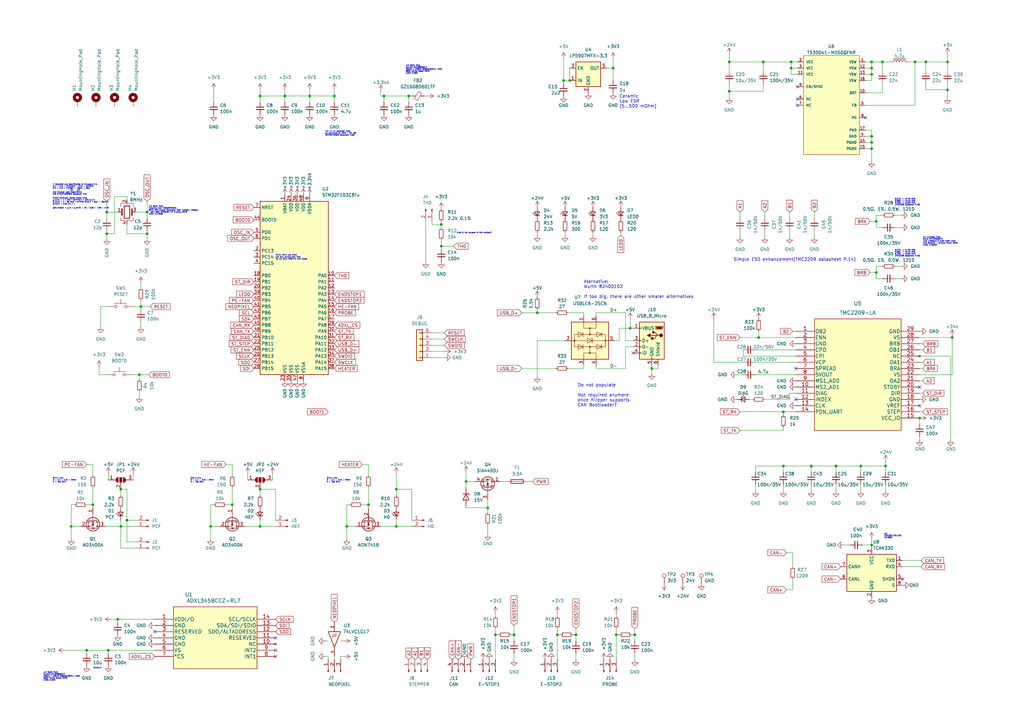
<source format=kicad_sch>
(kicad_sch (version 20211123) (generator eeschema)
  (paper "A3")
  (lib_symbols
    (symbol "74xGxx:74LVC1G17" (pin_names (offset 1.016))
      (property "Reference" "U" (at -2.54 3.81 0))
      (property "Value" "74LVC1G17" (at 0 -3.81 0))
      (symbol "74LVC1G17_1_1"
        (pin input line (at -7.62 0 0) (length 3.81) (name "~") (number "2"))
        (pin power_in line (at 0 -2.54 270) (length 0) hide (name "GND") (number "3"))
        (pin output line (at 6.35 0 180) (length 3.81) (name "~") (number "4"))
        (pin power_in line (at 0 2.54 90) (length 0) hide (name "VCC") (number "5"))
      )
    )
    (symbol "ADXL345BCCZ-RL7:ADXL345BCCZ-RL7" (pin_names (offset 0.254))
      (property "Reference" "U?" (at 13.97 10.16 0))
      (property "Value" "ADXL345BCCZ-RL7" (at 24.13 7.62 0))
      (symbol "ADXL345BCCZ-RL7_1_1"
        (pin power_in line (at 0 0 0) (length 7.62) (name "VDDI/O") (number "1"))
        (pin no_connect line (at 49.53 -10.16 180) (length 7.62) (name "NC") (number "10"))
        (pin unspecified line (at 49.53 -7.62 180) (length 7.62) (name "RESERVED") (number "11"))
        (pin unspecified line (at 49.53 -5.08 180) (length 7.62) (name "SDO/ALTADDRESS") (number "12"))
        (pin unspecified line (at 49.53 -2.54 180) (length 7.62) (name "SDA/SDI/SDIO") (number "13"))
        (pin unspecified line (at 49.53 0 180) (length 7.62) (name "SCL/SCLK") (number "14"))
        (pin power_in line (at 0 -2.54 0) (length 7.62) (name "GND") (number "2"))
        (pin unspecified line (at 0 -5.08 0) (length 7.62) (name "RESERVED") (number "3"))
        (pin power_in line (at 0 -7.62 0) (length 7.62) (name "GND") (number "4"))
        (pin power_in line (at 0 -10.16 0) (length 7.62) (name "GND") (number "5"))
        (pin unspecified line (at 0 -12.7 0) (length 7.62) (name "VS") (number "6"))
        (pin unspecified line (at 0 -15.24 0) (length 7.62) (name "*CS") (number "7"))
        (pin bidirectional line (at 49.53 -15.24 180) (length 7.62) (name "INT1") (number "8"))
        (pin bidirectional line (at 49.53 -12.7 180) (length 7.62) (name "INT2") (number "9"))
      )
    )
    (symbol "Connector:Conn_01x02_Male" (pin_names (offset 1.016) hide)
      (property "Reference" "J" (at 0 2.54 0))
      (property "Value" "Conn_01x02_Male" (at 0 -5.08 0))
      (symbol "Conn_01x02_Male_1_1"
        (pin passive line (at 5.08 0 180) (length 3.81) (name "Pin_1") (number "1"))
        (pin passive line (at 5.08 -2.54 180) (length 3.81) (name "Pin_2") (number "2"))
      )
    )
    (symbol "Connector:Conn_01x03_Male" (pin_names (offset 1.016) hide)
      (property "Reference" "J" (at 0 5.08 0))
      (property "Value" "Conn_01x03_Male" (at 0 -5.08 0))
      (symbol "Conn_01x03_Male_1_1"
        (pin passive line (at 5.08 2.54 180) (length 3.81) (name "Pin_1") (number "1"))
        (pin passive line (at 5.08 0 180) (length 3.81) (name "Pin_2") (number "2"))
        (pin passive line (at 5.08 -2.54 180) (length 3.81) (name "Pin_3") (number "3"))
      )
    )
    (symbol "Connector:Conn_01x04_Male" (pin_names (offset 1.016) hide)
      (property "Reference" "J" (at 0 5.08 0))
      (property "Value" "Conn_01x04_Male" (at 0 -7.62 0))
      (symbol "Conn_01x04_Male_1_1"
        (pin passive line (at 5.08 2.54 180) (length 3.81) (name "Pin_1") (number "1"))
        (pin passive line (at 5.08 0 180) (length 3.81) (name "Pin_2") (number "2"))
        (pin passive line (at 5.08 -2.54 180) (length 3.81) (name "Pin_3") (number "3"))
        (pin passive line (at 5.08 -5.08 180) (length 3.81) (name "Pin_4") (number "4"))
      )
    )
    (symbol "Connector:TestPoint" (pin_numbers hide) (pin_names (offset 0.762) hide)
      (property "Reference" "TP" (at 0 6.858 0))
      (property "Value" "TestPoint" (at 0 5.08 0))
      (symbol "TestPoint_1_1"
        (pin passive line (at 0 0 90) (length 2.54) (name "1") (number "1"))
      )
    )
    (symbol "Connector:USB_B_Micro" (pin_names (offset 1.016))
      (property "Reference" "J" (at -5.08 11.43 0))
      (property "Value" "USB_B_Micro" (at -5.08 8.89 0))
      (symbol "USB_B_Micro_1_1"
        (pin power_out line (at 7.62 5.08 180) (length 2.54) (name "VBUS") (number "1"))
        (pin bidirectional line (at 7.62 -2.54 180) (length 2.54) (name "D-") (number "2"))
        (pin bidirectional line (at 7.62 0 180) (length 2.54) (name "D+") (number "3"))
        (pin passive line (at 7.62 -5.08 180) (length 2.54) (name "ID") (number "4"))
        (pin power_out line (at 0 -10.16 90) (length 2.54) (name "GND") (number "5"))
        (pin passive line (at -2.54 -10.16 90) (length 2.54) (name "Shield") (number "6"))
      )
    )
    (symbol "Connector_Generic:Conn_01x05" (pin_names (offset 1.016) hide)
      (property "Reference" "J" (at 0 7.62 0))
      (property "Value" "Conn_01x05" (at 0 -7.62 0))
      (symbol "Conn_01x05_1_1"
        (pin passive line (at -5.08 5.08 0) (length 3.81) (name "Pin_1") (number "1"))
        (pin passive line (at -5.08 2.54 0) (length 3.81) (name "Pin_2") (number "2"))
        (pin passive line (at -5.08 0 0) (length 3.81) (name "Pin_3") (number "3"))
        (pin passive line (at -5.08 -2.54 0) (length 3.81) (name "Pin_4") (number "4"))
        (pin passive line (at -5.08 -5.08 0) (length 3.81) (name "Pin_5") (number "5"))
      )
    )
    (symbol "Device:C_Small" (pin_numbers hide) (pin_names (offset 0.254) hide)
      (property "Reference" "C" (at 0.254 1.778 0))
      (property "Value" "C_Small" (at 0.254 -2.032 0))
      (symbol "C_Small_1_1"
        (pin passive line (at 0 2.54 270) (length 2.032) (name "~") (number "1"))
        (pin passive line (at 0 -2.54 90) (length 2.032) (name "~") (number "2"))
      )
    )
    (symbol "Device:Crystal_GND24" (pin_names (offset 1.016) hide)
      (property "Reference" "Y" (at 3.175 5.08 0))
      (property "Value" "Crystal_GND24" (at 3.175 3.175 0))
      (symbol "Crystal_GND24_1_1"
        (pin passive line (at -3.81 0 0) (length 1.27) (name "1") (number "1"))
        (pin passive line (at 0 5.08 270) (length 1.27) (name "2") (number "2"))
        (pin passive line (at 3.81 0 180) (length 1.27) (name "3") (number "3"))
        (pin passive line (at 0 -5.08 90) (length 1.27) (name "4") (number "4"))
      )
    )
    (symbol "Device:D_Zener" (pin_numbers hide) (pin_names (offset 1.016) hide)
      (property "Reference" "D" (at 0 2.54 0))
      (property "Value" "D_Zener" (at 0 -2.54 0))
      (symbol "D_Zener_1_1"
        (pin passive line (at -3.81 0 0) (length 2.54) (name "K") (number "1"))
        (pin passive line (at 3.81 0 180) (length 2.54) (name "A") (number "2"))
      )
    )
    (symbol "Device:FerriteBead_Small" (pin_numbers hide) (pin_names (offset 0))
      (property "Reference" "FB" (at 1.905 1.27 0))
      (property "Value" "FerriteBead_Small" (at 1.905 -1.27 0))
      (symbol "FerriteBead_Small_1_1"
        (pin passive line (at 0 2.54 270) (length 1.27) (name "~") (number "1"))
        (pin passive line (at 0 -2.54 90) (length 1.27) (name "~") (number "2"))
      )
    )
    (symbol "Device:Fuse" (pin_numbers hide) (pin_names (offset 0))
      (property "Reference" "F" (at 2.032 0 90))
      (property "Value" "Fuse" (at -1.905 0 90))
      (symbol "Fuse_1_1"
        (pin passive line (at 0 3.81 270) (length 1.27) (name "~") (number "1"))
        (pin passive line (at 0 -3.81 90) (length 1.27) (name "~") (number "2"))
      )
    )
    (symbol "Device:LED_Small" (pin_numbers hide) (pin_names (offset 0.254) hide)
      (property "Reference" "D" (at -1.27 3.175 0))
      (property "Value" "LED_Small" (at -4.445 -2.54 0))
      (symbol "LED_Small_1_1"
        (pin passive line (at -2.54 0 0) (length 1.778) (name "K") (number "1"))
        (pin passive line (at 2.54 0 180) (length 1.778) (name "A") (number "2"))
      )
    )
    (symbol "Device:L_Iron" (pin_numbers hide) (pin_names (offset 1.016) hide)
      (property "Reference" "L" (at -1.27 0 90))
      (property "Value" "L_Iron" (at 2.794 0 90))
      (symbol "L_Iron_1_1"
        (pin passive line (at 0 3.81 270) (length 1.27) (name "1") (number "1"))
        (pin passive line (at 0 -3.81 90) (length 1.27) (name "2") (number "2"))
      )
    )
    (symbol "Device:Q_NMOS_SGD" (pin_names (offset 0) hide)
      (property "Reference" "Q" (at 5.08 1.27 0))
      (property "Value" "Q_NMOS_SGD" (at 5.08 -1.27 0))
      (symbol "Q_NMOS_SGD_1_1"
        (pin passive line (at 2.54 -5.08 90) (length 2.54) (name "S") (number "1"))
        (pin input line (at -5.08 0 0) (length 5.08) (name "G") (number "2"))
        (pin passive line (at 2.54 5.08 270) (length 2.54) (name "D") (number "3"))
      )
    )
    (symbol "Device:R_Small" (pin_numbers hide) (pin_names (offset 0.254) hide)
      (property "Reference" "R" (at 0.762 0.508 0))
      (property "Value" "R_Small" (at 0.762 -1.016 0))
      (symbol "R_Small_1_1"
        (pin passive line (at 0 2.54 270) (length 0.762) (name "~") (number "1"))
        (pin passive line (at 0 -2.54 90) (length 0.762) (name "~") (number "2"))
      )
    )
    (symbol "Interface_CAN_LIN:TCAN330"
      (property "Reference" "U" (at -10.16 8.89 0))
      (property "Value" "TCAN330" (at 2.54 8.89 0))
      (symbol "TCAN330_1_1"
        (pin input line (at -12.7 5.08 0) (length 2.54) (name "TXD") (number "1"))
        (pin power_in line (at 0 -10.16 90) (length 2.54) (name "GND") (number "2"))
        (pin power_in line (at 0 10.16 270) (length 2.54) (name "VCC") (number "3"))
        (pin tri_state line (at -12.7 2.54 0) (length 2.54) (name "RXD") (number "4"))
        (pin input line (at -12.7 -2.54 0) (length 2.54) (name "SHDN") (number "5"))
        (pin bidirectional line (at 12.7 -2.54 180) (length 2.54) (name "CANL") (number "6"))
        (pin bidirectional line (at 12.7 2.54 180) (length 2.54) (name "CANH") (number "7"))
        (pin input line (at -12.7 -5.08 0) (length 2.54) (name "S") (number "8"))
      )
    )
    (symbol "Jumper:SolderJumper_3_Open" (pin_names (offset 0) hide)
      (property "Reference" "JP" (at -2.54 -2.54 0))
      (property "Value" "SolderJumper_3_Open" (at 0 2.794 0))
      (symbol "SolderJumper_3_Open_1_1"
        (pin passive line (at -5.08 0 0) (length 2.54) (name "A") (number "1"))
        (pin input line (at 0 -3.81 90) (length 2.54) (name "C") (number "2"))
        (pin passive line (at 5.08 0 180) (length 2.54) (name "B") (number "3"))
      )
    )
    (symbol "MCU_ST_STM32F1:STM32F103C8Tx"
      (property "Reference" "U" (at -15.24 36.83 0))
      (property "Value" "STM32F103C8Tx" (at 7.62 36.83 0))
      (symbol "STM32F103C8Tx_1_1"
        (pin power_in line (at -5.08 38.1 270) (length 2.54) (name "VBAT") (number "1"))
        (pin bidirectional line (at 15.24 5.08 180) (length 2.54) (name "PA0") (number "10"))
        (pin bidirectional line (at 15.24 2.54 180) (length 2.54) (name "PA1") (number "11"))
        (pin bidirectional line (at 15.24 0 180) (length 2.54) (name "PA2") (number "12"))
        (pin bidirectional line (at 15.24 -2.54 180) (length 2.54) (name "PA3") (number "13"))
        (pin bidirectional line (at 15.24 -5.08 180) (length 2.54) (name "PA4") (number "14"))
        (pin bidirectional line (at 15.24 -7.62 180) (length 2.54) (name "PA5") (number "15"))
        (pin bidirectional line (at 15.24 -10.16 180) (length 2.54) (name "PA6") (number "16"))
        (pin bidirectional line (at 15.24 -12.7 180) (length 2.54) (name "PA7") (number "17"))
        (pin bidirectional line (at -17.78 5.08 0) (length 2.54) (name "PB0") (number "18"))
        (pin bidirectional line (at -17.78 2.54 0) (length 2.54) (name "PB1") (number "19"))
        (pin bidirectional line (at -17.78 15.24 0) (length 2.54) (name "PC13") (number "2"))
        (pin bidirectional line (at -17.78 0 0) (length 2.54) (name "PB2") (number "20"))
        (pin bidirectional line (at -17.78 -20.32 0) (length 2.54) (name "PB10") (number "21"))
        (pin bidirectional line (at -17.78 -22.86 0) (length 2.54) (name "PB11") (number "22"))
        (pin power_in line (at -5.08 -38.1 90) (length 2.54) (name "VSS") (number "23"))
        (pin power_in line (at -2.54 38.1 270) (length 2.54) (name "VDD") (number "24"))
        (pin bidirectional line (at -17.78 -25.4 0) (length 2.54) (name "PB12") (number "25"))
        (pin bidirectional line (at -17.78 -27.94 0) (length 2.54) (name "PB13") (number "26"))
        (pin bidirectional line (at -17.78 -30.48 0) (length 2.54) (name "PB14") (number "27"))
        (pin bidirectional line (at -17.78 -33.02 0) (length 2.54) (name "PB15") (number "28"))
        (pin bidirectional line (at 15.24 -15.24 180) (length 2.54) (name "PA8") (number "29"))
        (pin bidirectional line (at -17.78 12.7 0) (length 2.54) (name "PC14") (number "3"))
        (pin bidirectional line (at 15.24 -17.78 180) (length 2.54) (name "PA9") (number "30"))
        (pin bidirectional line (at 15.24 -20.32 180) (length 2.54) (name "PA10") (number "31"))
        (pin bidirectional line (at 15.24 -22.86 180) (length 2.54) (name "PA11") (number "32"))
        (pin bidirectional line (at 15.24 -25.4 180) (length 2.54) (name "PA12") (number "33"))
        (pin bidirectional line (at 15.24 -27.94 180) (length 2.54) (name "PA13") (number "34"))
        (pin power_in line (at -2.54 -38.1 90) (length 2.54) (name "VSS") (number "35"))
        (pin power_in line (at 0 38.1 270) (length 2.54) (name "VDD") (number "36"))
        (pin bidirectional line (at 15.24 -30.48 180) (length 2.54) (name "PA14") (number "37"))
        (pin bidirectional line (at 15.24 -33.02 180) (length 2.54) (name "PA15") (number "38"))
        (pin bidirectional line (at -17.78 -2.54 0) (length 2.54) (name "PB3") (number "39"))
        (pin bidirectional line (at -17.78 10.16 0) (length 2.54) (name "PC15") (number "4"))
        (pin bidirectional line (at -17.78 -5.08 0) (length 2.54) (name "PB4") (number "40"))
        (pin bidirectional line (at -17.78 -7.62 0) (length 2.54) (name "PB5") (number "41"))
        (pin bidirectional line (at -17.78 -10.16 0) (length 2.54) (name "PB6") (number "42"))
        (pin bidirectional line (at -17.78 -12.7 0) (length 2.54) (name "PB7") (number "43"))
        (pin input line (at -17.78 27.94 0) (length 2.54) (name "BOOT0") (number "44"))
        (pin bidirectional line (at -17.78 -15.24 0) (length 2.54) (name "PB8") (number "45"))
        (pin bidirectional line (at -17.78 -17.78 0) (length 2.54) (name "PB9") (number "46"))
        (pin power_in line (at 0 -38.1 90) (length 2.54) (name "VSS") (number "47"))
        (pin power_in line (at 2.54 38.1 270) (length 2.54) (name "VDD") (number "48"))
        (pin input line (at -17.78 22.86 0) (length 2.54) (name "PD0") (number "5"))
        (pin input line (at -17.78 20.32 0) (length 2.54) (name "PD1") (number "6"))
        (pin input line (at -17.78 33.02 0) (length 2.54) (name "NRST") (number "7"))
        (pin power_in line (at 2.54 -38.1 90) (length 2.54) (name "VSSA") (number "8"))
        (pin power_in line (at 5.08 38.1 270) (length 2.54) (name "VDDA") (number "9"))
      )
    )
    (symbol "Mechanical:MountingHole_Pad" (pin_numbers hide) (pin_names (offset 1.016) hide)
      (property "Reference" "H" (at 0 6.35 0))
      (property "Value" "MountingHole_Pad" (at 0 4.445 0))
      (symbol "MountingHole_Pad_1_1"
        (pin input line (at 0 -2.54 90) (length 2.54) (name "1") (number "1"))
      )
    )
    (symbol "Power_Protection:USBLC6-2SC6" (pin_names hide)
      (property "Reference" "U" (at 2.54 8.89 0))
      (property "Value" "USBLC6-2SC6" (at 2.54 -8.89 0))
      (symbol "USBLC6-2SC6_1_1"
        (pin passive line (at -10.16 -2.54 0) (length 2.54) (name "I/O1") (number "1"))
        (pin passive line (at 0 -10.16 90) (length 2.54) (name "GND") (number "2"))
        (pin passive line (at 10.16 -2.54 180) (length 2.54) (name "I/O2") (number "3"))
        (pin passive line (at 10.16 2.54 180) (length 2.54) (name "I/O2") (number "4"))
        (pin passive line (at 0 10.16 270) (length 2.54) (name "VBUS") (number "5"))
        (pin passive line (at -10.16 2.54 0) (length 2.54) (name "I/O1") (number "6"))
      )
    )
    (symbol "Regulator_Linear:LP5907MFX-3.3"
      (property "Reference" "U?" (at 0 10.16 0))
      (property "Value" "LP5907MFX-3.3" (at 0 7.62 0))
      (symbol "LP5907MFX-3.3_0_1"
        (pin power_in line (at -7.62 -2.54 0) (length 2.54) (name "IN") (number "1"))
        (pin power_in line (at 0 -7.62 90) (length 2.54) (name "GND") (number "2"))
        (pin input line (at -7.62 2.54 0) (length 2.54) (name "EN") (number "3"))
        (pin no_connect line (at 5.08 0 180) (length 2.54) hide (name "NC") (number "4"))
        (pin power_out line (at 7.62 2.54 180) (length 2.54) (name "OUT") (number "5"))
      )
    )
    (symbol "Switch:SW_Push" (pin_numbers hide) (pin_names (offset 1.016) hide)
      (property "Reference" "SW" (at 1.27 2.54 0))
      (property "Value" "SW_Push" (at 0 -1.524 0))
      (symbol "SW_Push_0_1"
        (pin passive line (at -5.08 0 0) (length 2.54) (name "1") (number "1"))
        (pin passive line (at 5.08 0 180) (length 2.54) (name "2") (number "2"))
      )
    )
    (symbol "TMC2209-LA:TMC2209-LA" (pin_names (offset 0.254))
      (property "Reference" "U?" (at 25.4 11.43 0))
      (property "Value" "TMC2209-LA" (at 25.4 7.62 0))
      (symbol "TMC2209-LA_1_1"
        (pin output line (at 0 0 0) (length 7.62) (name "OB2") (number "1"))
        (pin input line (at 0 -22.86 0) (length 7.62) (name "MS2_AD1") (number "10"))
        (pin output line (at 0 -25.4 0) (length 7.62) (name "DIAG") (number "11"))
        (pin output line (at 0 -27.94 0) (length 7.62) (name "INDEX") (number "12"))
        (pin input line (at 0 -30.48 0) (length 7.62) (name "CLK") (number "13"))
        (pin bidirectional line (at 0 -33.02 0) (length 7.62) (name "PDN_UART") (number "14"))
        (pin power_in line (at 50.8 -35.56 180) (length 7.62) (name "VCC_IO") (number "15"))
        (pin input line (at 50.8 -33.02 180) (length 7.62) (name "STEP") (number "16"))
        (pin unspecified line (at 50.8 -30.48 180) (length 7.62) (name "VREF") (number "17"))
        (pin input line (at 50.8 -27.94 180) (length 7.62) (name "GND") (number "18"))
        (pin input line (at 50.8 -25.4 180) (length 7.62) (name "DIR") (number "19"))
        (pin input line (at 0 -2.54 0) (length 7.62) (name "ENN") (number "2"))
        (pin power_in line (at 50.8 -22.86 180) (length 7.62) (name "STDBY") (number "20"))
        (pin output line (at 50.8 -20.32 180) (length 7.62) (name "OA2") (number "21"))
        (pin power_in line (at 50.8 -17.78 180) (length 7.62) (name "VS") (number "22"))
        (pin unspecified line (at 50.8 -15.24 180) (length 7.62) (name "BRA") (number "23"))
        (pin output line (at 50.8 -12.7 180) (length 7.62) (name "OA1") (number "24"))
        (pin no_connect line (at 50.8 -10.16 180) (length 7.62) (name "NC") (number "25"))
        (pin output line (at 50.8 -7.62 180) (length 7.62) (name "OB1") (number "26"))
        (pin unspecified line (at 50.8 -5.08 180) (length 7.62) (name "BRB") (number "27"))
        (pin power_in line (at 50.8 -2.54 180) (length 7.62) (name "VS") (number "28"))
        (pin power_in line (at 50.8 0 180) (length 7.62) (name "GND") (number "29"))
        (pin power_in line (at 0 -5.08 0) (length 7.62) (name "GND") (number "3"))
        (pin output line (at 0 -7.62 0) (length 7.62) (name "CPO") (number "4"))
        (pin input line (at 0 -10.16 0) (length 7.62) (name "CPI") (number "5"))
        (pin power_in line (at 0 -12.7 0) (length 7.62) (name "VCP") (number "6"))
        (pin input line (at 0 -15.24 0) (length 7.62) (name "SPREAD") (number "7"))
        (pin output line (at 0 -17.78 0) (length 7.62) (name "5VOUT") (number "8"))
        (pin input line (at 0 -20.32 0) (length 7.62) (name "MS1_AD0") (number "9"))
      )
    )
    (symbol "TS30041:TS30041-M050QFNR" (pin_names (offset 1.016))
      (property "Reference" "U?" (at 16.51 6.35 0))
      (property "Value" "TS30041-M050QFNR" (at 16.51 3.81 0))
      (symbol "TS30041-M050QFNR_1_1"
        (pin output line (at 30.48 0 180) (length 2.54) (name "VSW") (number "1"))
        (pin passive line (at 30.48 -12.7 180) (length 2.54) (name "BST") (number "10"))
        (pin power_in line (at 2.54 -5.08 0) (length 2.54) (name "VCC") (number "11"))
        (pin output line (at 30.48 -2.54 180) (length 2.54) (name "VSW") (number "12"))
        (pin output line (at 30.48 -5.08 180) (length 2.54) (name "VSW") (number "13"))
        (pin power_in line (at 30.48 -33.02 180) (length 2.54) (name "PGND") (number "14"))
        (pin power_in line (at 30.48 -35.56 180) (length 2.54) (name "PGND") (number "15"))
        (pin output line (at 30.48 -7.62 180) (length 2.54) (name "VSW") (number "16"))
        (pin power_in line (at 30.48 -27.94 180) (length 2.54) (name "PAD") (number "17"))
        (pin power_in line (at 2.54 0 0) (length 2.54) (name "VCC") (number "2"))
        (pin power_in line (at 2.54 -2.54 0) (length 2.54) (name "VCC") (number "3"))
        (pin power_in line (at 30.48 -30.48 180) (length 2.54) (name "GND") (number "4"))
        (pin input line (at 30.48 -17.78 180) (length 2.54) (name "FB") (number "5"))
        (pin passive line (at 2.54 -15.24 0) (length 2.54) (name "NC") (number "6"))
        (pin passive line (at 2.54 -17.78 0) (length 2.54) (name "NC") (number "7"))
        (pin open_collector line (at 30.48 -22.86 180) (length 2.54) (name "PG") (number "8"))
        (pin input line (at 2.54 -10.16 0) (length 2.54) (name "EN/SYNC") (number "9"))
      )
    )
    (symbol "Transistor_FET:AO3400A" (pin_names hide)
      (property "Reference" "Q" (at 5.08 1.905 0))
      (property "Value" "AO3400A" (at 5.08 0 0))
      (symbol "AO3400A_1_1"
        (pin input line (at -5.08 0 0) (length 2.54) (name "G") (number "1"))
        (pin passive line (at 2.54 -5.08 90) (length 2.54) (name "S") (number "2"))
        (pin passive line (at 2.54 5.08 270) (length 2.54) (name "D") (number "3"))
      )
    )
    (symbol "Transistor_FET:SiA449DJ" (pin_names hide)
      (property "Reference" "Q" (at 5.08 1.905 0))
      (property "Value" "SiA449DJ" (at 5.08 0 0))
      (symbol "SiA449DJ_1_1"
        (pin passive line (at 2.54 5.08 270) (length 2.54) (name "D") (number "1"))
        (pin passive line (at -5.08 0 0) (length 2.54) (name "G") (number "3"))
        (pin passive line (at 2.54 -5.08 90) (length 2.54) (name "S") (number "4"))
      )
    )
    (symbol "power:+24V" (power) (pin_names (offset 0))
      (property "Value" "+24V" (at 0 3.556 0))
      (symbol "+24V_1_1"
        (pin power_in line (at 0 0 90) (length 0) hide (name "+24V") (number "1"))
      )
    )
    (symbol "power:+3.3V" (power) (pin_names (offset 0))
      (property "Value" "+3.3V" (at 0 3.556 0))
      (symbol "+3.3V_1_1"
        (pin power_in line (at 0 0 90) (length 0) hide (name "+3V3") (number "1"))
      )
    )
    (symbol "power:+3.3VA" (power) (pin_names (offset 0))
      (property "Value" "+3.3VA" (at 0 3.556 0))
      (symbol "+3.3VA_1_1"
        (pin power_in line (at 0 0 90) (length 0) hide (name "+3.3VA") (number "1"))
      )
    )
    (symbol "power:+3V3" (power) (pin_names (offset 0))
      (property "Value" "+3V3" (at 0 3.556 0))
      (symbol "+3V3_1_1"
        (pin power_in line (at 0 0 90) (length 0) hide (name "+3V3") (number "1"))
      )
    )
    (symbol "power:+5V" (power) (pin_names (offset 0))
      (property "Value" "+5V" (at 0 3.556 0))
      (symbol "+5V_1_1"
        (pin power_in line (at 0 0 90) (length 0) hide (name "+5V") (number "1"))
      )
    )
    (symbol "power:GND" (power) (pin_names (offset 0))
      (property "Value" "GND" (at 0 -3.81 0))
      (symbol "GND_1_1"
        (pin power_in line (at 0 0 270) (length 0) hide (name "GND") (number "1"))
      )
    )
  )
  (junction (at 35.56 266.7))
  (junction (at 321.31 191.135))
  (junction (at 379.73 25.4))
  (junction (at 233.68 33.02))
  (junction (at 359.41 90.805))
  (junction (at 106.68 215.9))
  (junction (at 43.815 86.995))
  (junction (at 49.53 200.66))
  (junction (at 180.975 100.965))
  (junction (at 353.06 191.135))
  (junction (at 231.14 33.02))
  (junction (at 324.485 25.4))
  (junction (at 106.68 39.37))
  (junction (at 357.505 30.48))
  (junction (at 167.64 39.37))
  (junction (at 299.085 25.4))
  (junction (at 252.73 260.35))
  (junction (at 388.62 36.83))
  (junction (at 342.9 191.135))
  (junction (at 228.6 260.35))
  (junction (at 299.085 37.465))
  (junction (at 390.525 138.43))
  (junction (at 361.95 25.4))
  (junction (at 388.62 25.4))
  (junction (at 162.56 215.9))
  (junction (at 142.24 215.9))
  (junction (at 49.53 215.9))
  (junction (at 60.325 86.995))
  (junction (at 377.19 171.45))
  (junction (at 357.505 25.4))
  (junction (at 357.505 55.88))
  (junction (at 357.505 27.94))
  (junction (at 52.07 213.36))
  (junction (at 48.26 254))
  (junction (at 57.15 153.67))
  (junction (at 157.48 39.37))
  (junction (at 236.22 260.35))
  (junction (at 313.055 25.4))
  (junction (at 363.22 191.135))
  (junction (at 260.35 260.35))
  (junction (at 137.16 39.37))
  (junction (at 220.345 128.27))
  (junction (at 357.505 60.96))
  (junction (at 324.485 27.94))
  (junction (at 106.68 200.66))
  (junction (at 180.975 92.075))
  (junction (at 258.445 134.62))
  (junction (at 86.36 215.9))
  (junction (at 162.56 200.66))
  (junction (at 267.335 151.13))
  (junction (at 311.15 138.43))
  (junction (at 375.285 25.4))
  (junction (at 116.84 39.37))
  (junction (at 200.025 208.28))
  (junction (at 321.31 168.91))
  (junction (at 44.45 266.7))
  (junction (at 43.815 95.885))
  (junction (at 332.74 191.135))
  (junction (at 57.785 125.73))
  (junction (at 191.135 197.485))
  (junction (at 251.46 27.94))
  (junction (at 210.82 260.35))
  (junction (at 359.41 111.76))
  (junction (at 203.2 260.35))
  (junction (at 95.25 207.01))
  (junction (at 357.505 223.52))
  (junction (at 127 39.37))
  (junction (at 29.21 215.9))
  (junction (at 60.325 95.885))
  (junction (at 357.505 58.42))
  (junction (at 151.13 207.01))
  (junction (at 38.1 207.01))
  (no_connect (at 63.5 259.08))
  (no_connect (at 113.03 261.62))
  (no_connect (at 370.205 237.49))
  (no_connect (at 259.715 144.78))
  (no_connect (at 113.03 269.24))
  (no_connect (at 326.39 151.13))
  (no_connect (at 113.03 266.7))
  (no_connect (at 327.025 35.56))
  (no_connect (at 327.025 43.18))
  (no_connect (at 327.025 40.64))
  (no_connect (at 377.19 158.75))
  (no_connect (at 354.965 48.26))
  (no_connect (at 326.39 163.83))
  (no_connect (at 377.19 166.37))
  (wire (pts (xy 342.9 193.675) (xy 342.9 191.135)))
  (wire (pts (xy 87.63 207.01) (xy 86.36 207.01)))
  (wire (pts (xy 357.505 53.34) (xy 357.505 55.88)))
  (wire (pts (xy 236.22 260.35) (xy 236.22 257.81)))
  (wire (pts (xy 370.205 229.87) (xy 377.825 229.87)))
  (wire (pts (xy 327.025 27.94) (xy 324.485 27.94)))
  (wire (pts (xy 137.16 269.24) (xy 137.16 270.51)))
  (wire (pts (xy 231.14 33.02) (xy 233.68 33.02)))
  (wire (pts (xy 43.815 94.615) (xy 43.815 95.885)))
  (wire (pts (xy 239.395 151.13) (xy 233.045 151.13)))
  (wire (pts (xy 133.35 269.24) (xy 134.62 269.24)))
  (wire (pts (xy 303.53 176.53) (xy 321.31 176.53)))
  (wire (pts (xy 251.46 24.13) (xy 251.46 27.94)))
  (wire (pts (xy 359.41 88.265) (xy 361.95 88.265)))
  (wire (pts (xy 40.64 150.495) (xy 40.64 153.67)))
  (wire (pts (xy 228.6 260.35) (xy 229.87 260.35)))
  (wire (pts (xy 353.06 191.135) (xy 353.06 193.675)))
  (wire (pts (xy 52.07 81.915) (xy 52.07 80.645)))
  (wire (pts (xy 111.76 196.85) (xy 111.76 194.31)))
  (wire (pts (xy 142.24 207.01) (xy 142.24 215.9)))
  (wire (pts (xy 156.21 215.9) (xy 162.56 215.9)))
  (wire (pts (xy 106.68 36.83) (xy 106.68 39.37)))
  (wire (pts (xy 304.8 143.51) (xy 304.8 146.05)))
  (wire (pts (xy 321.31 176.53) (xy 321.31 175.26)))
  (wire (pts (xy 143.51 207.01) (xy 142.24 207.01)))
  (wire (pts (xy 332.74 198.755) (xy 332.74 201.295)))
  (wire (pts (xy 357.505 25.4) (xy 357.505 27.94)))
  (wire (pts (xy 256.54 151.13) (xy 244.475 151.13)))
  (wire (pts (xy 389.89 146.05) (xy 389.89 180.34)))
  (wire (pts (xy 321.31 168.91) (xy 321.31 170.18)))
  (wire (pts (xy 113.03 215.9) (xy 106.68 215.9)))
  (wire (pts (xy 353.695 223.52) (xy 357.505 223.52)))
  (wire (pts (xy 334.01 86.995) (xy 334.01 89.535)))
  (wire (pts (xy 254 134.62) (xy 254 139.7)))
  (wire (pts (xy 137.16 39.37) (xy 137.16 41.91)))
  (wire (pts (xy 361.95 34.29) (xy 361.95 38.1)))
  (wire (pts (xy 309.88 143.51) (xy 326.39 143.51)))
  (wire (pts (xy 52.07 200.66) (xy 49.53 200.66)))
  (wire (pts (xy 388.62 22.225) (xy 388.62 25.4)))
  (wire (pts (xy 354.965 30.48) (xy 357.505 30.48)))
  (wire (pts (xy 220.345 95.25) (xy 220.345 96.52)))
  (wire (pts (xy 307.34 163.83) (xy 308.61 163.83)))
  (wire (pts (xy 359.41 90.805) (xy 359.41 88.265)))
  (wire (pts (xy 359.41 114.3) (xy 361.95 114.3)))
  (wire (pts (xy 292.735 148.59) (xy 292.735 130.81)))
  (wire (pts (xy 361.95 25.4) (xy 365.125 25.4)))
  (wire (pts (xy 101.6 194.31) (xy 101.6 196.85)))
  (wire (pts (xy 363.22 191.135) (xy 363.22 193.675)))
  (wire (pts (xy 162.56 200.66) (xy 162.56 203.2)))
  (wire (pts (xy 357.505 220.98) (xy 357.505 223.52)))
  (wire (pts (xy 256.54 128.27) (xy 244.475 128.27)))
  (wire (pts (xy 354.965 25.4) (xy 357.505 25.4)))
  (wire (pts (xy 239.395 149.86) (xy 239.395 151.13)))
  (wire (pts (xy 388.62 34.29) (xy 388.62 36.83)))
  (wire (pts (xy 269.875 151.13) (xy 267.335 151.13)))
  (wire (pts (xy 323.85 86.995) (xy 323.85 89.535)))
  (wire (pts (xy 323.85 94.615) (xy 323.85 97.155)))
  (wire (pts (xy 377.19 153.67) (xy 390.525 153.67)))
  (wire (pts (xy 354.965 33.02) (xy 357.505 33.02)))
  (wire (pts (xy 267.335 149.86) (xy 267.335 151.13)))
  (wire (pts (xy 309.88 191.135) (xy 321.31 191.135)))
  (wire (pts (xy 354.965 58.42) (xy 357.505 58.42)))
  (wire (pts (xy 354.965 55.88) (xy 357.505 55.88)))
  (wire (pts (xy 375.285 43.18) (xy 375.285 25.4)))
  (wire (pts (xy 361.95 25.4) (xy 361.95 29.21)))
  (wire (pts (xy 116.84 39.37) (xy 116.84 41.91)))
  (wire (pts (xy 260.35 260.35) (xy 260.35 262.89)))
  (wire (pts (xy 57.785 116.205) (xy 57.785 118.11)))
  (wire (pts (xy 252.73 251.46) (xy 252.73 252.73)))
  (wire (pts (xy 200.025 215.265) (xy 200.025 219.075)))
  (wire (pts (xy 379.73 36.83) (xy 388.62 36.83)))
  (wire (pts (xy 220.345 127) (xy 220.345 128.27)))
  (wire (pts (xy 210.82 260.35) (xy 210.82 256.54)))
  (wire (pts (xy 127 39.37) (xy 127 41.91)))
  (wire (pts (xy 177.165 144.145) (xy 182.245 144.145)))
  (wire (pts (xy 313.69 94.615) (xy 313.69 97.155)))
  (wire (pts (xy 116.84 36.83) (xy 116.84 39.37)))
  (wire (pts (xy 38.1 207.01) (xy 38.1 208.28)))
  (wire (pts (xy 29.21 207.01) (xy 29.21 215.9)))
  (wire (pts (xy 92.71 207.01) (xy 95.25 207.01)))
  (wire (pts (xy 252.73 260.35) (xy 254 260.35)))
  (wire (pts (xy 325.12 135.89) (xy 326.39 135.89)))
  (wire (pts (xy 254.635 95.25) (xy 254.635 96.52)))
  (wire (pts (xy 210.82 267.97) (xy 210.82 270.51)))
  (wire (pts (xy 40.64 153.67) (xy 43.815 153.67)))
  (wire (pts (xy 52.07 95.885) (xy 60.325 95.885)))
  (wire (pts (xy 377.19 171.45) (xy 377.19 173.99)))
  (wire (pts (xy 228.6 260.35) (xy 228.6 270.51)))
  (wire (pts (xy 45.72 254) (xy 48.26 254)))
  (wire (pts (xy 200.025 208.28) (xy 200.025 210.185)))
  (wire (pts (xy 95.25 200.025) (xy 95.25 207.01)))
  (wire (pts (xy 243.205 95.25) (xy 243.205 96.52)))
  (wire (pts (xy 52.07 213.36) (xy 52.07 200.66)))
  (wire (pts (xy 140.97 262.89) (xy 139.7 262.89)))
  (wire (pts (xy 269.875 149.86) (xy 269.875 151.13)))
  (wire (pts (xy 367.03 109.22) (xy 369.57 109.22)))
  (wire (pts (xy 168.91 200.66) (xy 162.56 200.66)))
  (wire (pts (xy 378.46 140.97) (xy 377.19 140.97)))
  (wire (pts (xy 200.025 205.105) (xy 200.025 208.28)))
  (wire (pts (xy 157.48 41.91) (xy 157.48 39.37)))
  (wire (pts (xy 322.58 226.695) (xy 325.12 226.695)))
  (wire (pts (xy 55.88 215.9) (xy 49.53 215.9)))
  (wire (pts (xy 354.965 43.18) (xy 375.285 43.18)))
  (wire (pts (xy 378.46 151.13) (xy 377.19 151.13)))
  (wire (pts (xy 54.61 196.85) (xy 54.61 194.31)))
  (wire (pts (xy 259.715 139.7) (xy 256.54 139.7)))
  (wire (pts (xy 346.075 223.52) (xy 348.615 223.52)))
  (wire (pts (xy 55.88 224.79) (xy 49.53 224.79)))
  (wire (pts (xy 186.055 100.965) (xy 180.975 100.965)))
  (wire (pts (xy 137.16 36.83) (xy 137.16 39.37)))
  (wire (pts (xy 378.46 148.59) (xy 377.19 148.59)))
  (wire (pts (xy 127 39.37) (xy 137.16 39.37)))
  (wire (pts (xy 363.22 189.23) (xy 363.22 191.135)))
  (wire (pts (xy 106.68 39.37) (xy 106.68 41.91)))
  (wire (pts (xy 191.135 208.28) (xy 200.025 208.28)))
  (wire (pts (xy 379.73 34.29) (xy 379.73 36.83)))
  (wire (pts (xy 367.03 93.345) (xy 369.57 93.345)))
  (wire (pts (xy 299.085 25.4) (xy 313.055 25.4)))
  (wire (pts (xy 378.46 168.91) (xy 377.19 168.91)))
  (wire (pts (xy 313.69 163.83) (xy 323.85 163.83)))
  (wire (pts (xy 46.99 80.645) (xy 46.99 95.885)))
  (wire (pts (xy 113.03 200.66) (xy 106.68 200.66)))
  (wire (pts (xy 244.475 151.13) (xy 244.475 149.86)))
  (wire (pts (xy 234.95 260.35) (xy 236.22 260.35)))
  (wire (pts (xy 251.46 27.94) (xy 248.92 27.94)))
  (wire (pts (xy 38.1 190.5) (xy 38.1 194.945)))
  (wire (pts (xy 35.56 266.7) (xy 44.45 266.7)))
  (wire (pts (xy 299.085 37.465) (xy 299.085 40.005)))
  (wire (pts (xy 43.815 86.995) (xy 43.815 89.535)))
  (wire (pts (xy 57.15 153.67) (xy 60.96 153.67)))
  (wire (pts (xy 49.53 215.9) (xy 49.53 224.79)))
  (wire (pts (xy 139.7 270.51) (xy 139.7 269.24)))
  (wire (pts (xy 151.13 190.5) (xy 151.13 194.945)))
  (wire (pts (xy 54.61 125.73) (xy 57.785 125.73)))
  (wire (pts (xy 313.69 86.995) (xy 313.69 89.535)))
  (wire (pts (xy 177.165 146.685) (xy 182.245 146.685)))
  (wire (pts (xy 48.26 254) (xy 63.5 254)))
  (wire (pts (xy 313.055 37.465) (xy 299.085 37.465)))
  (wire (pts (xy 191.135 197.485) (xy 191.135 200.025)))
  (wire (pts (xy 357.505 33.02) (xy 357.505 30.48)))
  (wire (pts (xy 113.03 213.36) (xy 113.03 200.66)))
  (wire (pts (xy 292.735 148.59) (xy 304.8 148.59)))
  (wire (pts (xy 60.325 86.995) (xy 60.325 89.535)))
  (wire (pts (xy 210.82 260.35) (xy 210.82 262.89)))
  (wire (pts (xy 379.73 25.4) (xy 379.73 29.21)))
  (wire (pts (xy 57.15 153.67) (xy 57.15 155.575)))
  (wire (pts (xy 357.505 55.88) (xy 357.505 58.42)))
  (wire (pts (xy 231.14 33.02) (xy 231.14 34.29)))
  (wire (pts (xy 259.08 260.35) (xy 260.35 260.35)))
  (wire (pts (xy 35.56 207.01) (xy 38.1 207.01)))
  (wire (pts (xy 304.8 146.05) (xy 326.39 146.05)))
  (wire (pts (xy 354.965 60.96) (xy 357.505 60.96)))
  (wire (pts (xy 357.505 25.4) (xy 361.95 25.4)))
  (wire (pts (xy 57.785 125.73) (xy 61.595 125.73)))
  (wire (pts (xy 49.53 213.36) (xy 49.53 215.9)))
  (wire (pts (xy 177.165 141.605) (xy 182.245 141.605)))
  (wire (pts (xy 180.975 100.965) (xy 180.975 98.425)))
  (wire (pts (xy 244.475 128.27) (xy 244.475 129.54)))
  (wire (pts (xy 177.165 136.525) (xy 182.245 136.525)))
  (wire (pts (xy 44.45 266.7) (xy 44.45 267.97)))
  (wire (pts (xy 215.9 197.485) (xy 218.44 197.485)))
  (wire (pts (xy 258.445 134.62) (xy 254 134.62)))
  (wire (pts (xy 353.06 191.135) (xy 363.22 191.135)))
  (wire (pts (xy 44.45 125.73) (xy 41.275 125.73)))
  (wire (pts (xy 52.07 92.075) (xy 52.07 95.885)))
  (wire (pts (xy 251.46 33.02) (xy 251.46 27.94)))
  (wire (pts (xy 309.88 191.135) (xy 309.88 193.675)))
  (wire (pts (xy 220.345 139.7) (xy 231.775 139.7)))
  (wire (pts (xy 148.59 207.01) (xy 151.13 207.01)))
  (wire (pts (xy 236.22 267.97) (xy 236.22 270.51)))
  (wire (pts (xy 167.64 39.37) (xy 168.91 39.37)))
  (wire (pts (xy 57.785 123.19) (xy 57.785 125.73)))
  (wire (pts (xy 43.815 82.55) (xy 43.815 86.995)))
  (wire (pts (xy 43.18 215.9) (xy 49.53 215.9)))
  (wire (pts (xy 342.9 191.135) (xy 353.06 191.135)))
  (wire (pts (xy 60.325 95.885) (xy 60.325 97.79)))
  (wire (pts (xy 356.87 111.76) (xy 359.41 111.76)))
  (wire (pts (xy 203.2 260.35) (xy 204.47 260.35)))
  (wire (pts (xy 326.39 161.29) (xy 323.85 161.29)))
  (wire (pts (xy 231.14 24.13) (xy 231.14 33.02)))
  (wire (pts (xy 43.815 86.995) (xy 48.26 86.995)))
  (wire (pts (xy 332.74 191.135) (xy 342.9 191.135)))
  (wire (pts (xy 87.63 36.83) (xy 87.63 41.91)))
  (wire (pts (xy 390.525 153.67) (xy 390.525 138.43)))
  (wire (pts (xy 303.53 138.43) (xy 311.15 138.43)))
  (wire (pts (xy 92.71 190.5) (xy 95.25 190.5)))
  (wire (pts (xy 357.505 27.94) (xy 354.965 27.94)))
  (wire (pts (xy 378.46 143.51) (xy 377.19 143.51)))
  (wire (pts (xy 228.6 251.46) (xy 228.6 252.73)))
  (wire (pts (xy 378.46 161.29) (xy 377.19 161.29)))
  (wire (pts (xy 151.13 207.01) (xy 151.13 208.28)))
  (wire (pts (xy 148.59 190.5) (xy 151.13 190.5)))
  (wire (pts (xy 258.445 130.81) (xy 258.445 134.62)))
  (wire (pts (xy 60.325 94.615) (xy 60.325 95.885)))
  (wire (pts (xy 95.25 207.01) (xy 95.25 208.28)))
  (wire (pts (xy 367.03 88.265) (xy 369.57 88.265)))
  (wire (pts (xy 139.7 269.24) (xy 140.97 269.24)))
  (wire (pts (xy 259.715 142.24) (xy 256.54 142.24)))
  (wire (pts (xy 86.36 207.01) (xy 86.36 215.9)))
  (wire (pts (xy 299.085 34.29) (xy 299.085 37.465)))
  (wire (pts (xy 228.6 257.81) (xy 228.6 260.35)))
  (wire (pts (xy 377.19 146.05) (xy 389.89 146.05)))
  (wire (pts (xy 38.1 200.025) (xy 38.1 207.01)))
  (wire (pts (xy 299.085 25.4) (xy 299.085 29.21)))
  (wire (pts (xy 359.41 111.76) (xy 359.41 109.22)))
  (wire (pts (xy 55.88 222.25) (xy 52.07 222.25)))
  (wire (pts (xy 363.22 198.755) (xy 363.22 201.295)))
  (wire (pts (xy 168.91 213.36) (xy 168.91 200.66)))
  (wire (pts (xy 388.62 25.4) (xy 379.73 25.4)))
  (wire (pts (xy 356.87 90.805) (xy 359.41 90.805)))
  (wire (pts (xy 252.73 257.81) (xy 252.73 260.35)))
  (wire (pts (xy 325.12 241.935) (xy 325.12 237.49)))
  (wire (pts (xy 313.055 25.4) (xy 324.485 25.4)))
  (wire (pts (xy 302.26 153.67) (xy 304.8 153.67)))
  (wire (pts (xy 100.33 215.9) (xy 106.68 215.9)))
  (wire (pts (xy 303.53 94.615) (xy 303.53 97.155)))
  (wire (pts (xy 213.995 151.13) (xy 227.965 151.13)))
  (wire (pts (xy 29.21 215.9) (xy 29.21 220.98)))
  (wire (pts (xy 106.68 213.36) (xy 106.68 215.9)))
  (wire (pts (xy 26.67 266.7) (xy 35.56 266.7)))
  (wire (pts (xy 44.45 266.7) (xy 63.5 266.7)))
  (wire (pts (xy 233.68 27.94) (xy 233.68 33.02)))
  (wire (pts (xy 162.56 213.36) (xy 162.56 215.9)))
  (wire (pts (xy 334.01 94.615) (xy 334.01 97.155)))
  (wire (pts (xy 191.135 193.675) (xy 191.135 197.485)))
  (wire (pts (xy 313.055 34.29) (xy 313.055 37.465)))
  (wire (pts (xy 299.085 22.225) (xy 299.085 25.4)))
  (wire (pts (xy 213.995 128.27) (xy 220.345 128.27)))
  (wire (pts (xy 309.88 198.755) (xy 309.88 201.295)))
  (wire (pts (xy 209.55 260.35) (xy 210.82 260.35)))
  (wire (pts (xy 146.05 215.9) (xy 142.24 215.9)))
  (wire (pts (xy 133.35 262.89) (xy 134.62 262.89)))
  (wire (pts (xy 359.41 90.805) (xy 359.41 93.345)))
  (wire (pts (xy 375.285 25.4) (xy 379.73 25.4)))
  (wire (pts (xy 52.07 80.645) (xy 46.99 80.645)))
  (wire (pts (xy 357.505 60.96) (xy 357.505 66.04)))
  (wire (pts (xy 173.99 39.37) (xy 175.26 39.37)))
  (wire (pts (xy 327.025 25.4) (xy 324.485 25.4)))
  (wire (pts (xy 378.46 156.21) (xy 377.19 156.21)))
  (wire (pts (xy 309.88 153.67) (xy 326.39 153.67)))
  (wire (pts (xy 134.62 269.24) (xy 134.62 270.51)))
  (wire (pts (xy 311.15 135.89) (xy 311.15 138.43)))
  (wire (pts (xy 177.165 139.065) (xy 182.245 139.065)))
  (wire (pts (xy 254 139.7) (xy 252.095 139.7)))
  (wire (pts (xy 303.53 168.91) (xy 321.31 168.91)))
  (wire (pts (xy 106.68 200.66) (xy 106.68 203.2)))
  (wire (pts (xy 323.85 161.29) (xy 323.85 163.83)))
  (wire (pts (xy 357.505 58.42) (xy 357.505 60.96)))
  (wire (pts (xy 203.2 251.46) (xy 203.2 252.73)))
  (wire (pts (xy 220.345 128.27) (xy 227.965 128.27)))
  (wire (pts (xy 256.54 142.24) (xy 256.54 151.13)))
  (wire (pts (xy 259.715 134.62) (xy 258.445 134.62)))
  (wire (pts (xy 43.815 95.885) (xy 43.815 97.79)))
  (wire (pts (xy 180.975 90.805) (xy 180.975 92.075)))
  (wire (pts (xy 372.745 25.4) (xy 375.285 25.4)))
  (wire (pts (xy 57.15 160.655) (xy 57.15 162.56)))
  (wire (pts (xy 321.31 198.755) (xy 321.31 201.295)))
  (wire (pts (xy 53.975 153.67) (xy 57.15 153.67)))
  (wire (pts (xy 359.41 111.76) (xy 359.41 114.3)))
  (wire (pts (xy 377.19 179.07) (xy 377.19 180.34)))
  (wire (pts (xy 359.41 93.345) (xy 361.95 93.345)))
  (wire (pts (xy 57.785 125.73) (xy 57.785 127)))
  (wire (pts (xy 116.84 39.37) (xy 127 39.37)))
  (wire (pts (xy 203.2 260.35) (xy 203.2 270.51)))
  (wire (pts (xy 30.48 207.01) (xy 29.21 207.01)))
  (wire (pts (xy 35.56 190.5) (xy 38.1 190.5)))
  (wire (pts (xy 367.03 114.3) (xy 369.57 114.3)))
  (wire (pts (xy 151.13 200.025) (xy 151.13 207.01)))
  (wire (pts (xy 157.48 39.37) (xy 167.64 39.37)))
  (wire (pts (xy 324.485 30.48) (xy 324.485 27.94)))
  (wire (pts (xy 180.975 100.965) (xy 180.975 102.235)))
  (wire (pts (xy 35.56 267.97) (xy 35.56 266.7)))
  (wire (pts (xy 52.07 222.25) (xy 52.07 213.36)))
  (wire (pts (xy 86.36 215.9) (xy 86.36 220.98)))
  (wire (pts (xy 55.88 86.995) (xy 60.325 86.995)))
  (wire (pts (xy 390.525 138.43) (xy 390.525 137.795)))
  (wire (pts (xy 127 36.83) (xy 127 39.37)))
  (wire (pts (xy 48.26 254) (xy 48.26 255.27)))
  (wire (pts (xy 313.055 25.4) (xy 313.055 29.21)))
  (wire (pts (xy 353.06 198.755) (xy 353.06 201.295)))
  (wire (pts (xy 327.025 30.48) (xy 324.485 30.48)))
  (wire (pts (xy 309.88 148.59) (xy 326.39 148.59)))
  (wire (pts (xy 156.21 39.37) (xy 157.48 39.37)))
  (wire (pts (xy 174.625 90.805) (xy 174.625 107.315)))
  (wire (pts (xy 177.165 90.805) (xy 177.165 92.075)))
  (wire (pts (xy 52.07 213.36) (xy 55.88 213.36)))
  (wire (pts (xy 332.74 191.135) (xy 332.74 193.675)))
  (wire (pts (xy 203.2 257.81) (xy 203.2 260.35)))
  (wire (pts (xy 324.485 27.94) (xy 324.485 25.4)))
  (wire (pts (xy 377.825 232.41) (xy 370.205 232.41)))
  (wire (pts (xy 60.325 82.55) (xy 60.325 86.995)))
  (wire (pts (xy 321.31 191.135) (xy 332.74 191.135)))
  (wire (pts (xy 194.945 197.485) (xy 191.135 197.485)))
  (wire (pts (xy 267.335 151.13) (xy 267.335 153.035)))
  (wire (pts (xy 388.62 29.21) (xy 388.62 25.4)))
  (wire (pts (xy 239.395 129.54) (xy 239.395 128.27)))
  (wire (pts (xy 46.99 95.885) (xy 43.815 95.885)))
  (wire (pts (xy 167.64 39.37) (xy 167.64 41.91)))
  (wire (pts (xy 156.21 37.465) (xy 156.21 39.37)))
  (wire (pts (xy 57.785 132.08) (xy 57.785 133.985)))
  (wire (pts (xy 321.31 168.91) (xy 326.39 168.91)))
  (wire (pts (xy 44.45 194.31) (xy 44.45 196.85)))
  (wire (pts (xy 322.58 241.935) (xy 325.12 241.935)))
  (wire (pts (xy 162.56 200.66) (xy 162.56 194.31)))
  (wire (pts (xy 311.15 138.43) (xy 326.39 138.43)))
  (wire (pts (xy 359.41 109.22) (xy 361.95 109.22)))
  (wire (pts (xy 168.91 215.9) (xy 162.56 215.9)))
  (wire (pts (xy 231.775 95.25) (xy 231.775 96.52)))
  (wire (pts (xy 90.17 215.9) (xy 86.36 215.9)))
  (wire (pts (xy 303.53 86.995) (xy 303.53 89.535)))
  (wire (pts (xy 354.965 53.34) (xy 357.505 53.34)))
  (wire (pts (xy 256.54 139.7) (xy 256.54 128.27)))
  (wire (pts (xy 325.12 226.695) (xy 325.12 232.41)))
  (wire (pts (xy 95.25 190.5) (xy 95.25 194.945)))
  (wire (pts (xy 220.345 154.305) (xy 220.345 139.7)))
  (wire (pts (xy 205.105 197.485) (xy 208.28 197.485)))
  (wire (pts (xy 252.73 260.35) (xy 252.73 270.51)))
  (wire (pts (xy 239.395 128.27) (xy 233.045 128.27)))
  (wire (pts (xy 260.35 260.35) (xy 260.35 257.81)))
  (wire (pts (xy 377.19 138.43) (xy 390.525 138.43)))
  (wire (pts (xy 236.22 260.35) (xy 236.22 262.89)))
  (wire (pts (xy 342.9 198.755) (xy 342.9 201.295)))
  (wire (pts (xy 106.68 39.37) (xy 116.84 39.37)))
  (wire (pts (xy 191.135 207.645) (xy 191.135 208.28)))
  (wire (pts (xy 41.275 125.73) (xy 41.275 133.985)))
  (wire (pts (xy 142.24 215.9) (xy 142.24 220.98)))
  (wire (pts (xy 260.35 267.97) (xy 260.35 270.51)))
  (wire (pts (xy 49.53 200.66) (xy 49.53 203.2)))
  (wire (pts (xy 361.95 38.1) (xy 354.965 38.1)))
  (wire (pts (xy 180.975 92.075) (xy 180.975 93.345)))
  (wire (pts (xy 357.505 223.52) (xy 357.505 224.79)))
  (wire (pts (xy 388.62 36.83) (xy 388.62 40.005)))
  (wire (pts (xy 33.02 215.9) (xy 29.21 215.9)))
  (wire (pts (xy 177.165 92.075) (xy 180.975 92.075)))
  (wire (pts (xy 321.31 191.135) (xy 321.31 193.675)))
  (wire (pts (xy 357.505 30.48) (xy 357.505 27.94)))
  (text "Ohm's Law:\nR = U/I = 3.3V / 20mA\nR = 165 Ohm" (at 21.59 198.12 0) (effects (font (size 0.5 0.5)) (justify left bottom)))
  (text "Ohm's Law:\nR = U/I = 3.3V / 20mA\nR = 165 Ohm" (at 133.985 198.12 0) (effects (font (size 0.5 0.5)) (justify left bottom)))
  (text "Do not populate\n\nNot required anymore \nonce Klipper supports \nCAN Bootloader?" (at 236.855 167.005 0) (effects (font (size 1.27 1.27)) (justify left bottom)))
  (text "What is the purpose of this resistor?" (at 187.325 95.885 0) (effects (font (size 0.5 0.5)) (justify left bottom)))
  (text "0.27Ω -> 0.79A RMS\n0.50Ω -> 0.44A RMS \n0.75Ω -> 0.30A RMS\n(TMC2209 Datasheet P.49)" (at 367.03 84.455 0) (effects (font (size 0.5 0.5)) (justify left bottom)))
  (text "The 4.7 µF capacitor must\nbe connected to VDD3 / Pin 48!\n(STM32F103C8 Datasheet P.36)" (at 133.35 55.88 0) (effects (font (size 0.5 0.5)) (justify left bottom)))
  (text "Alt:\nTCAN332/334/337\nMAX3051" (at 362.585 220.98 0) (effects (font (size 0.5 0.5)) (justify left bottom)))
  (text "Tantalum" (at 38.1 274.32 0) (effects (font (size 0.5 0.5)) (justify left bottom)))
  (text "Aternative:\nWurth 82400102\n\nIf too big, there are other smaler alternatives" (at 239.395 122.555 0) (effects (font (size 1.27 1.27)) (justify left bottom)))
  (text "JLC Basic Part:\nSunlord GZ1608D601TF\n200mA 1 450mΩ 600Ω@100MHz ±25% \n0603 Ferrite Beads ROHS\nLCSC: C1002" (at 17.78 279.4 0) (effects (font (size 0.5 0.5)) (justify left bottom)))
  (text "PC13, PC14 and PC15\ncan only source/sink 3mA\nDo not drive MOSFETs with these!" (at 113.03 106.68 0) (effects (font (size 0.5 0.5)) (justify left bottom)))
  (text "Ceramic\nLow ESR \n(5...500 mOhm)" (at 254 44.45 0) (effects (font (size 1.27 1.27)) (justify left bottom)))
  (text "JLC Extended Part:\nRALEC RTT12R500FTP\n±1% ±200ppm/C 0.5W 0.5Ω 1210 \nChip Resistor - Surface Mount ROHS\nLCSC: C105052" (at 378.46 100.965 0) (effects (font (size 0.5 0.5)) (justify left bottom)))
  (text "TI Selection and Specification of Chrystals P.4:\nCL1 = CL2 = 2*(CLOAD - CPIN - CSTRAY)\nCL1 = CL2 = 2*(20pF - 10pF) = 20pF\n                   (1)    (2)\n(1): Chrystal Load Capacitance\n(2): STM32F103C8T6 Datasheet P.54\n\nSTM32 Oscillator Design Guide P.13:\ng_mcrit = 4 * ESR * (2*PI*f)^2 * (C0+CL)^2\ng_mcrit = 4 * 80 Ohm * (2*PI*8 MHz)^2 * (5pF + 20pF)^2\ng_mcrit = 5.05 mA / V\n\ngain_margin = g_m / g_mcrit = 25 / 5.05 = 4.95 < 5 !!!" (at 21.59 85.725 0) (effects (font (size 0.5 0.5)) (justify left bottom)))
  (text "0.27Ω -> 0.79A RMS\n0.50Ω -> 0.44A RMS \n0.75Ω -> 0.30A RMS\n(TMC2209 Datasheet P.49)" (at 367.03 105.41 0) (effects (font (size 0.5 0.5)) (justify left bottom)))
  (text "JLC Basic Part:\nSunlord GZ1608D601TF\n200mA 1 450mΩ 600Ω@100MHz ±25% \n0603 Ferrite Beads ROHS\nLCSC: C1002" (at 166.37 30.48 0) (effects (font (size 0.5 0.5)) (justify left bottom)))
  (text "Ohm's Law:\nR = U/I = 3.3V / 20mA\nR = 165 Ohm" (at 78.105 198.12 0) (effects (font (size 0.5 0.5)) (justify left bottom)))
  (text "JLC Basic Part:\nYangxing Tech X50328MSB2GI\n8MHz SMD Crystal Resonator 20pF ±10ppm ±50ppm \n-40C~+85C SMD5032-2P Crystals ROHS\nLCSC: C115962" (at 60.96 88.265 0) (effects (font (size 0.5 0.5)) (justify left bottom)))
  (text "Simple ESD enhancement(TMC2209 datasheet P.14)" (at 351.155 107.315 180) (effects (font (size 1.27 1.27)) (justify right bottom)))
  (label "D+" (at 250.19 128.27 0))
  (label "ST_DIAG" (at 316.23 163.83 0))
  (label "D-" (at 250.19 151.13 0))
  (global_label "TH0" (shape input) (at 186.055 100.965 0) (property "Intersheet References" "${INTERSHEET_REFS}" (effects hide)))
  (global_label "ST_ENN" (shape input) (at 303.53 138.43 180) (property "Intersheet References" "${INTERSHEET_REFS}" (effects hide)))
  (global_label "PC-FAN" (shape input) (at 104.14 123.19 180) (property "Intersheet References" "${INTERSHEET_REFS}" (effects hide)))
  (global_label "ST_STEP" (shape input) (at 104.14 140.97 180) (property "Intersheet References" "${INTERSHEET_REFS}" (effects hide)))
  (global_label "B2" (shape input) (at 175.26 270.51 90) (property "Intersheet References" "${INTERSHEET_REFS}" (effects hide)))
  (global_label "CAN_RX" (shape input) (at 377.825 232.41 0) (property "Intersheet References" "${INTERSHEET_REFS}" (effects hide)))
  (global_label "CAN+" (shape input) (at 344.805 232.41 180) (property "Intersheet References" "${INTERSHEET_REFS}" (effects hide)))
  (global_label "SWDIO" (shape input) (at 137.16 146.05 0) (property "Intersheet References" "${INTERSHEET_REFS}" (effects hide)))
  (global_label "ST_RX" (shape input) (at 303.53 168.91 180) (property "Intersheet References" "${INTERSHEET_REFS}" (effects hide)))
  (global_label "PROBE" (shape input) (at 260.35 257.81 90) (property "Intersheet References" "${INTERSHEET_REFS}" (effects hide)))
  (global_label "OSC_IN" (shape input) (at 104.14 95.25 180) (property "Intersheet References" "${INTERSHEET_REFS}" (effects hide)))
  (global_label "A1" (shape input) (at 378.46 148.59 0) (property "Intersheet References" "${INTERSHEET_REFS}" (effects hide)))
  (global_label "ST_DIAG" (shape input) (at 104.14 138.43 180) (property "Intersheet References" "${INTERSHEET_REFS}" (effects hide)))
  (global_label "B2" (shape input) (at 325.12 135.89 180) (property "Intersheet References" "${INTERSHEET_REFS}" (effects hide)))
  (global_label "PROBE" (shape input) (at 137.16 128.27 0) (property "Intersheet References" "${INTERSHEET_REFS}" (effects hide)))
  (global_label "SWCLK" (shape input) (at 137.16 148.59 0) (property "Intersheet References" "${INTERSHEET_REFS}" (effects hide)))
  (global_label "BOOT1" (shape input) (at 134.62 168.91 180) (property "Intersheet References" "${INTERSHEET_REFS}" (effects hide)))
  (global_label "BOOT0" (shape input) (at 60.96 153.67 0) (property "Intersheet References" "${INTERSHEET_REFS}" (effects hide)))
  (global_label "SWDIO" (shape input) (at 182.245 141.605 0) (property "Intersheet References" "${INTERSHEET_REFS}" (effects hide)))
  (global_label "B1" (shape input) (at 378.46 143.51 0) (property "Intersheet References" "${INTERSHEET_REFS}" (effects hide)))
  (global_label "RESET" (shape input) (at 61.595 125.73 0) (property "Intersheet References" "${INTERSHEET_REFS}" (effects hide)))
  (global_label "NEOPIXEL" (shape input) (at 137.16 255.27 90) (property "Intersheet References" "${INTERSHEET_REFS}" (effects hide)))
  (global_label "LED0" (shape input) (at 254.635 96.52 270) (property "Intersheet References" "${INTERSHEET_REFS}" (effects hide)))
  (global_label "CAN_TX" (shape input) (at 377.825 229.87 0) (property "Intersheet References" "${INTERSHEET_REFS}" (effects hide)))
  (global_label "RESET" (shape input) (at 104.14 85.09 180) (property "Intersheet References" "${INTERSHEET_REFS}" (effects hide)))
  (global_label "B2" (shape input) (at 334.01 86.995 90) (property "Intersheet References" "${INTERSHEET_REFS}" (effects hide)))
  (global_label "ST_TX" (shape input) (at 303.53 176.53 180) (property "Intersheet References" "${INTERSHEET_REFS}" (effects hide)))
  (global_label "CAN-" (shape input) (at 187.96 270.51 90) (property "Intersheet References" "${INTERSHEET_REFS}" (effects hide)))
  (global_label "HEATER" (shape input) (at 148.59 190.5 180) (property "Intersheet References" "${INTERSHEET_REFS}" (effects hide)))
  (global_label "SDI" (shape input) (at 113.03 256.54 0) (property "Intersheet References" "${INTERSHEET_REFS}" (effects hide)))
  (global_label "ADXL_CS" (shape input) (at 63.5 269.24 180) (property "Intersheet References" "${INTERSHEET_REFS}" (effects hide)))
  (global_label "SDO" (shape input) (at 113.03 259.08 0) (property "Intersheet References" "${INTERSHEET_REFS}" (effects hide)))
  (global_label "ST_DIR" (shape input) (at 104.14 115.57 180) (property "Intersheet References" "${INTERSHEET_REFS}" (effects hide)))
  (global_label "USB_D+" (shape input) (at 137.16 143.51 0) (property "Intersheet References" "${INTERSHEET_REFS}" (effects hide)))
  (global_label "BRB" (shape input) (at 378.46 140.97 0) (property "Intersheet References" "${INTERSHEET_REFS}" (effects hide)))
  (global_label "SDO" (shape input) (at 104.14 148.59 180) (property "Intersheet References" "${INTERSHEET_REFS}" (effects hide)))
  (global_label "HE-FAN" (shape input) (at 137.16 125.73 0) (property "Intersheet References" "${INTERSHEET_REFS}" (effects hide)))
  (global_label "ST_RX" (shape input) (at 137.16 138.43 0) (property "Intersheet References" "${INTERSHEET_REFS}" (effects hide)))
  (global_label "ADXL_CS" (shape input) (at 137.16 133.35 0) (property "Intersheet References" "${INTERSHEET_REFS}" (effects hide)))
  (global_label "B1" (shape input) (at 172.72 270.51 90) (property "Intersheet References" "${INTERSHEET_REFS}" (effects hide)))
  (global_label "CAN-" (shape input) (at 344.805 237.49 180) (property "Intersheet References" "${INTERSHEET_REFS}" (effects hide)))
  (global_label "A1" (shape input) (at 170.18 270.51 90) (property "Intersheet References" "${INTERSHEET_REFS}" (effects hide)))
  (global_label "ST_TX" (shape input) (at 137.16 135.89 0) (property "Intersheet References" "${INTERSHEET_REFS}" (effects hide)))
  (global_label "OSC_OUT" (shape input) (at 104.14 97.79 180) (property "Intersheet References" "${INTERSHEET_REFS}" (effects hide)))
  (global_label "RESET" (shape input) (at 182.245 136.525 0) (property "Intersheet References" "${INTERSHEET_REFS}" (effects hide)))
  (global_label "BOOT0" (shape input) (at 104.14 90.17 180) (property "Intersheet References" "${INTERSHEET_REFS}" (effects hide)))
  (global_label "SWCLK" (shape input) (at 182.245 139.065 0) (property "Intersheet References" "${INTERSHEET_REFS}" (effects hide)))
  (global_label "PWR" (shape input) (at 218.44 197.485 0) (property "Intersheet References" "${INTERSHEET_REFS}" (effects hide)))
  (global_label "CAN_TX" (shape input) (at 104.14 135.89 180) (property "Intersheet References" "${INTERSHEET_REFS}" (effects hide)))
  (global_label "ST_DIR" (shape input) (at 378.46 161.29 0) (property "Intersheet References" "${INTERSHEET_REFS}" (effects hide)))
  (global_label "A2" (shape input) (at 313.69 86.995 90) (property "Intersheet References" "${INTERSHEET_REFS}" (effects hide)))
  (global_label "NEOPIXEL" (shape input) (at 104.14 125.73 180) (property "Intersheet References" "${INTERSHEET_REFS}" (effects hide)))
  (global_label "PWR" (shape input) (at 193.04 270.51 90) (property "Intersheet References" "${INTERSHEET_REFS}" (effects hide)))
  (global_label "SDI" (shape input) (at 104.14 151.13 180) (property "Intersheet References" "${INTERSHEET_REFS}" (effects hide)))
  (global_label "A2" (shape input) (at 378.46 156.21 0) (property "Intersheet References" "${INTERSHEET_REFS}" (effects hide)))
  (global_label "HE-FAN" (shape input) (at 92.71 190.5 180) (property "Intersheet References" "${INTERSHEET_REFS}" (effects hide)))
  (global_label "SCL" (shape input) (at 104.14 128.27 180) (property "Intersheet References" "${INTERSHEET_REFS}" (effects hide)))
  (global_label "CAN+" (shape input) (at 322.58 241.935 180) (property "Intersheet References" "${INTERSHEET_REFS}" (effects hide)))
  (global_label "ENDSTOP2" (shape input) (at 236.22 257.81 90) (property "Intersheet References" "${INTERSHEET_REFS}" (effects hide)))
  (global_label "USB_D-" (shape input) (at 137.16 140.97 0) (property "Intersheet References" "${INTERSHEET_REFS}" (effects hide)))
  (global_label "PC-FAN" (shape input) (at 35.56 190.5 180) (property "Intersheet References" "${INTERSHEET_REFS}" (effects hide)))
  (global_label "USB_D+" (shape input) (at 213.995 128.27 180) (property "Intersheet References" "${INTERSHEET_REFS}" (effects hide)))
  (global_label "SCLK" (shape input) (at 104.14 146.05 180) (property "Intersheet References" "${INTERSHEET_REFS}" (effects hide)))
  (global_label "LED0" (shape input) (at 104.14 120.65 180) (property "Intersheet References" "${INTERSHEET_REFS}" (effects hide)))
  (global_label "HEATER" (shape input) (at 137.16 151.13 0) (property "Intersheet References" "${INTERSHEET_REFS}" (effects hide)))
  (global_label "USB_D-" (shape input) (at 213.995 151.13 180) (property "Intersheet References" "${INTERSHEET_REFS}" (effects hide)))
  (global_label "CAN_RX" (shape input) (at 104.14 133.35 180) (property "Intersheet References" "${INTERSHEET_REFS}" (effects hide)))
  (global_label "CAN+" (shape input) (at 185.42 270.51 90) (property "Intersheet References" "${INTERSHEET_REFS}" (effects hide)))
  (global_label "SDA" (shape input) (at 104.14 130.81 180) (property "Intersheet References" "${INTERSHEET_REFS}" (effects hide)))
  (global_label "B1" (shape input) (at 323.85 86.995 90) (property "Intersheet References" "${INTERSHEET_REFS}" (effects hide)))
  (global_label "CAN-" (shape input) (at 322.58 226.695 180) (property "Intersheet References" "${INTERSHEET_REFS}" (effects hide)))
  (global_label "ENDSTOP2" (shape input) (at 137.16 123.19 0) (property "Intersheet References" "${INTERSHEET_REFS}" (effects hide)))
  (global_label "ENDSTOP1" (shape input) (at 210.82 256.54 90) (property "Intersheet References" "${INTERSHEET_REFS}" (effects hide)))
  (global_label "OSC_IN" (shape input) (at 43.815 82.55 90) (property "Intersheet References" "${INTERSHEET_REFS}" (effects hide)))
  (global_label "BRA" (shape input) (at 378.46 151.13 0) (property "Intersheet References" "${INTERSHEET_REFS}" (effects hide)))
  (global_label "ST_ENN" (shape input) (at 104.14 143.51 180) (property "Intersheet References" "${INTERSHEET_REFS}" (effects hide)))
  (global_label "SCLK" (shape input) (at 113.03 254 0) (property "Intersheet References" "${INTERSHEET_REFS}" (effects hide)))
  (global_label "ENDSTOP1" (shape input) (at 137.16 120.65 0) (property "Intersheet References" "${INTERSHEET_REFS}" (effects hide)))
  (global_label "TH0" (shape input) (at 137.16 113.03 0) (property "Intersheet References" "${INTERSHEET_REFS}" (effects hide)))
  (global_label "OSC_OUT" (shape input) (at 60.325 82.55 90) (property "Intersheet References" "${INTERSHEET_REFS}" (effects hide)))
  (global_label "A2" (shape input) (at 167.64 270.51 90) (property "Intersheet References" "${INTERSHEET_REFS}" (effects hide)))
  (global_label "BRA" (shape input) (at 356.87 90.805 180) (property "Intersheet References" "${INTERSHEET_REFS}" (effects hide)))
  (global_label "BRB" (shape input) (at 356.87 111.76 180) (property "Intersheet References" "${INTERSHEET_REFS}" (effects hide)))
  (global_label "ST_STEP" (shape input) (at 378.46 168.91 0) (property "Intersheet References" "${INTERSHEET_REFS}" (effects hide)))
  (global_label "A1" (shape input) (at 303.53 86.995 90) (property "Intersheet References" "${INTERSHEET_REFS}" (effects hide)))
  (symbol (lib_id "ADXL345BCCZ-RL7:ADXL345BCCZ-RL7") (at 63.5 254 0) (unit 1)
    (property "Reference" "U1" (at 77.47 243.84 0) (effects (font (size 1.524 1.524))))
    (property "Value" "ADXL345BCCZ-RL7" (at 87.63 246.38 0) (effects (font (size 1.524 1.524))))
    (property "Footprint" "footprints:ADXL345BCCZ-RL7" (effects hide))
  )
  (symbol (lib_id "Device:C_Small") (at 332.74 196.215 0) (unit 1)
    (property "Reference" "C43" (at 333.375 194.31 0) (effects (justify left)))
    (property "Value" "10u/35V" (at 333.375 198.755 0) (effects (justify left)))
    (property "Footprint" "Capacitor_SMD:C_0805_2012Metric" (effects hide))
    (property "Datasheet" "https://datasheet.lcsc.com/lcsc/1912111437_TDK-C2012X5R1V226MT000E_C338080.pdf" (effects hide))
    (property "Description" "±10% 35V X5R" (effects hide))
    (property "LCSC#" "C338080" (effects hide))
    (property "MFG#" "C2012X5R1V226MT000E" (effects hide))
  )
  (symbol (lib_id "power:GND") (at 157.48 46.99 0) (unit 1)
    (property "Reference" "#PWR036" (effects hide))
    (property "Value" "GND" (at 157.48 52.07 0))
  )
  (symbol (lib_id "Device:Q_NMOS_SGD") (at 151.13 213.36 270) (unit 1)
    (property "Reference" "Q3" (at 151.13 220.98 90))
    (property "Value" "AON7418" (at 151.13 223.52 90))
    (property "Footprint" "footprints:AON7418" (effects hide))
    (property "Datasheet" "https://lcsc.com/product-detail/MOSFETs_Alpha-Omega-Semicon-AON7418_C74384.html" (effects hide))
    (property "LCSC#" "C74384" (effects hide))
    (property "MFG#" "AON7418" (effects hide))
  )
  (symbol (lib_id "Jumper:SolderJumper_3_Open") (at 49.53 196.85 0) (unit 1)
    (property "Reference" "JP1" (at 49.53 190.5 0))
    (property "Value" "PCF" (at 49.53 193.04 0))
    (property "Footprint" "Jumper:SolderJumper-3_P1.3mm_Open_RoundedPad1.0x1.5mm_NumberLabels" (effects hide))
  )
  (symbol (lib_id "Device:C_Small") (at 377.19 176.53 0) (unit 1)
    (property "Reference" "C47" (at 379.73 175.2662 0) (effects (justify left)))
    (property "Value" "100n" (at 379.73 177.8062 0) (effects (justify left)))
    (property "Footprint" "Capacitor_SMD:C_0402_1005Metric" (effects hide))
    (property "Datasheet" "https://lcsc.com/product-detail/Multilayer-Ceramic-Capacitors-MLCC---SMD-SMT_Samsung-Electro-Mechanics-CL05B104KB54PNC_C307331.html%200%20Center%20Center%200%200%201.27%20mm" (effects hide))
    (property "Description" "±10% 50V X7R" (effects hide))
    (property "LCSC#" "C307331" (effects hide))
    (property "MFG#" "CL05B104KB54PNC" (effects hide))
  )
  (symbol (lib_id "Connector:Conn_01x02_Male") (at 177.165 85.725 270) (unit 1)
    (property "Reference" "J4" (at 173.355 80.645 90) (effects (justify left)))
    (property "Value" "TH0" (at 173.355 83.185 90) (effects (justify left)))
    (property "Footprint" "Connector_JST:JST_PH_B2B-PH-K_1x02_P2.00mm_Vertical" (effects hide))
  )
  (symbol (lib_id "Device:R_Small") (at 220.345 92.71 0) (unit 1)
    (property "Reference" "R13" (at 222.885 91.4399 0) (effects (justify left)))
    (property "Value" "2.2k" (at 222.885 93.9799 0) (effects (justify left)))
    (property "Footprint" "Resistor_SMD:R_0402_1005Metric" (effects hide))
    (property "Datasheet" "https://lcsc.com/product-detail/Chip-Resistor---Surface-Mount_UNI-ROYALUniroyal-Elec-0402WGF2201TCE_C25879.html" (effects hide))
  )
  (symbol (lib_id "Device:R_Small") (at 321.31 172.72 180) (unit 1)
    (property "Reference" "R25" (at 323.85 171.4499 0) (effects (justify right)))
    (property "Value" "1k" (at 323.85 173.9899 0) (effects (justify right)))
    (property "Footprint" "Resistor_SMD:R_0402_1005Metric" (effects hide))
    (property "Datasheet" "https://lcsc.com/product-detail/Chip-Resistor---Surface-Mount_UNI-ROYALUniroyal-Elec-0402WGF1001TCE_C11702.html" (effects hide))
  )
  (symbol (lib_id "power:GND") (at 326.39 158.75 270) (unit 1)
    (property "Reference" "#PWR095" (effects hide))
    (property "Value" "GND" (at 322.58 158.75 90) (effects (justify right)))
  )
  (symbol (lib_id "Device:C_Small") (at 307.34 148.59 270) (unit 1)
    (property "Reference" "C27" (at 306.07 147.32 90) (effects (justify right)))
    (property "Value" "100n/35V" (at 318.77 147.32 90) (effects (justify right)))
    (property "Footprint" "Capacitor_SMD:C_0402_1005Metric" (effects hide))
    (property "Datasheet" "https://lcsc.com/product-detail/Multilayer-Ceramic-Capacitors-MLCC---SMD-SMT_Samsung-Electro-Mechanics-CL05B104KB54PNC_C307331.html" (effects hide))
    (property "Description" "±10% 50V X7R" (effects hide))
    (property "LCSC#" "C307331" (effects hide))
    (property "MFG#" "CL05B104KB54PNC" (effects hide))
  )
  (symbol (lib_id "power:GND") (at 137.16 46.99 0) (unit 1)
    (property "Reference" "#PWR034" (effects hide))
    (property "Value" "GND" (at 137.16 52.07 0))
  )
  (symbol (lib_id "power:GND") (at 326.39 166.37 270) (unit 1)
    (property "Reference" "#PWR096" (effects hide))
    (property "Value" "GND" (at 322.58 166.37 90) (effects (justify right)))
  )
  (symbol (lib_id "power:GND") (at 332.74 201.295 0) (unit 1)
    (property "Reference" "#PWR0111" (effects hide))
    (property "Value" "GND" (at 332.74 206.375 0))
  )
  (symbol (lib_id "power:+5V") (at 258.445 130.81 0) (unit 1)
    (property "Reference" "#PWR0143" (effects hide))
    (property "Value" "+5V" (at 258.445 127 0))
  )
  (symbol (lib_id "power:GND") (at 63.5 261.62 270) (unit 1)
    (property "Reference" "#PWR014" (effects hide))
    (property "Value" "GND" (at 55.88 261.62 90) (effects (justify left)))
  )
  (symbol (lib_id "Connector:Conn_01x04_Male") (at 170.18 275.59 90) (unit 1)
    (property "Reference" "J8" (at 167.64 278.13 90) (effects (justify right)))
    (property "Value" "STEPPER" (at 167.64 280.67 90) (effects (justify right)))
    (property "Footprint" "Connector_JST:JST_PH_B4B-PH-K_1x04_P2.00mm_Vertical" (effects hide))
  )
  (symbol (lib_id "Device:C_Small") (at 44.45 270.51 0) (unit 1)
    (property "Reference" "C3" (at 46.99 269.24 0) (effects (justify left)))
    (property "Value" "100n" (at 46.99 271.78 0) (effects (justify left)))
    (property "Footprint" "Capacitor_SMD:C_0402_1005Metric" (effects hide))
    (property "Datasheet" "https://lcsc.com/product-detail/Multilayer-Ceramic-Capacitors-MLCC---SMD-SMT_Samsung-Electro-Mechanics-CL05B104KB54PNC_C307331.html%200%20Center%20Center%200%200%201.27%20mm" (effects hide))
    (property "Description" "±10% 50V X7R" (effects hide))
    (property "LCSC#" "C307331" (effects hide))
    (property "MFG#" "CL05B104KB54PNC" (effects hide))
  )
  (symbol (lib_id "power:GND") (at 57.785 133.985 0) (unit 1)
    (property "Reference" "#PWR0129" (effects hide))
    (property "Value" "GND" (at 57.785 139.065 0))
  )
  (symbol (lib_id "Device:R_Small") (at 203.2 255.27 180) (unit 1)
    (property "Reference" "R14" (at 198.12 254 0) (effects (justify right)))
    (property "Value" "10k" (at 198.12 256.54 0) (effects (justify right)))
    (property "Footprint" "Resistor_SMD:R_0402_1005Metric" (effects hide))
    (property "Datasheet" "https://lcsc.com/product-detail/Chip-Resistor---Surface-Mount_UNI-ROYALUniroyal-Elec-0402WGF1002TCE_C25744.html" (effects hide))
  )
  (symbol (lib_id "Device:Crystal_GND24") (at 52.07 86.995 0) (unit 1)
    (property "Reference" "Y1" (at 54.61 79.375 0))
    (property "Value" "8MHz" (at 55.88 81.915 0))
    (property "Footprint" "Crystal:Crystal_SMD_3225-4Pin_3.2x2.5mm" (effects hide))
    (property "Datasheet" "https://lcsc.com/product-detail/Crystals_TAE-Zhejiang-Abel-Elec-TAXM8M4RFDCET2T_C403948.html" (effects hide))
    (property "LCSC#" "C403948" (effects hide))
    (property "MFG#" "TAXM8M4RFDCET2T" (effects hide))
  )
  (symbol (lib_id "power:GND") (at 342.9 201.295 0) (unit 1)
    (property "Reference" "#PWR0112" (effects hide))
    (property "Value" "GND" (at 342.9 206.375 0))
  )
  (symbol (lib_id "Connector:Conn_01x02_Male") (at 118.11 215.9 180) (unit 1)
    (property "Reference" "J3" (at 119.38 213.3599 0) (effects (justify right)))
    (property "Value" "HEF" (at 119.38 215.8999 0) (effects (justify right)))
    (property "Footprint" "Connector_JST:JST_PH_B2B-PH-K_1x02_P2.00mm_Vertical" (effects hide))
  )
  (symbol (lib_id "power:GND") (at 299.085 40.005 0) (unit 1)
    (property "Reference" "#PWR0102" (effects hide))
    (property "Value" "GND" (at 299.085 45.085 0))
  )
  (symbol (lib_id "Device:R_Small") (at 230.505 151.13 90) (unit 1)
    (property "Reference" "R33" (at 230.505 146.05 90))
    (property "Value" "27" (at 230.505 148.59 90))
    (property "Footprint" "Resistor_SMD:R_0402_1005Metric" (effects hide))
    (property "Datasheet" "https://lcsc.com/product-detail/Chip-Resistor-Surface-Mount_PANASONIC-ERJ2RKF27R0X_C413051.html" (effects hide))
    (property "LCSC#" "C413051" (effects hide))
    (property "MFG#" "ERJ2RKF27R0X" (effects hide))
  )
  (symbol (lib_id "Connector:USB_B_Micro") (at 267.335 139.7 0) (mirror y) (unit 1)
    (property "Reference" "J10" (at 267.335 127 0))
    (property "Value" "USB_B_Micro" (at 267.335 129.54 0))
    (property "Footprint" "Connector_USB:USB_Micro-B_Amphenol_10118194_Horizontal" (effects hide))
  )
  (symbol (lib_id "Device:D_Zener") (at 191.135 203.835 270) (unit 1)
    (property "Reference" "D8" (at 194.31 202.5649 90) (effects (justify left)))
    (property "Value" "15V" (at 194.31 205.1049 90) (effects (justify left)))
    (property "Footprint" "Diode_SMD:D_SOD-323" (effects hide))
    (property "MFG#" "SZMM3Z15VT1G" (effects hide))
    (property "LCSC#" "C327522" (effects hide))
  )
  (symbol (lib_id "Device:C_Small") (at 43.815 92.075 180) (unit 1)
    (property "Reference" "C2" (at 40.005 90.805 0))
    (property "Value" "12p" (at 40.005 93.345 0))
    (property "Footprint" "Capacitor_SMD:C_0402_1005Metric" (effects hide))
    (property "Datasheet" "https://lcsc.com/product-detail/Multilayer-Ceramic-Capacitors-MLCC-SMD-SMT_Darfon-Elec-C1005NP0120KGT_C258502.html" (effects hide))
    (property "LCSC#" "C258502" (effects hide))
    (property "MFG#" "C1005NP0120KGT" (effects hide))
    (property "Description" "±10% 50V" (effects hide))
  )
  (symbol (lib_id "Switch:SW_Push") (at 49.53 125.73 0) (unit 1)
    (property "Reference" "SW1" (at 49.53 118.11 0))
    (property "Value" "RESET" (at 49.53 120.65 0))
    (property "Footprint" "Button_Switch_SMD:SW_SPST_B3U-1000P" (effects hide))
    (property "LCSC#" "C231329" (effects hide))
    (property "MFG#" "B3U-1000P" (effects hide))
  )
  (symbol (lib_id "power:+5V") (at 231.14 24.13 0) (unit 1)
    (property "Reference" "#PWR055" (effects hide))
    (property "Value" "+5V" (at 231.14 19.05 0))
  )
  (symbol (lib_id "power:GND") (at 334.01 97.155 0) (unit 1)
    (property "Reference" "#PWR0113" (effects hide))
    (property "Value" "GND" (at 334.01 102.235 0))
  )
  (symbol (lib_id "Device:R_Small") (at 200.025 212.725 180) (unit 1)
    (property "Reference" "R31" (at 202.565 212.725 90))
    (property "Value" "100k" (at 205.105 212.725 90))
    (property "Footprint" "Resistor_SMD:R_0402_1005Metric" (effects hide))
    (property "Datasheet" "https://lcsc.com/product-detail/Chip-Resistor-Surface-Mount_Viking-Tech-CR-02FL6-100K_C279979.html" (effects hide))
  )
  (symbol (lib_id "power:+3.3V") (at 116.84 36.83 0) (unit 1)
    (property "Reference" "#PWR025" (effects hide))
    (property "Value" "+3.3V" (at 116.84 31.75 0))
  )
  (symbol (lib_id "Device:R_Small") (at 180.975 88.265 0) (unit 1)
    (property "Reference" "R11" (at 183.515 86.995 0) (effects (justify left)))
    (property "Value" "2.2k 0.1%" (at 183.515 89.535 0) (effects (justify left)))
    (property "Footprint" "Resistor_SMD:R_0402_1005Metric" (effects hide))
    (property "Datasheet" "https://lcsc.com/product-detail/Chip-Resistor---Surface-Mount_UNI-ROYALUniroyal-Elec-0402WGF2201TCE_C25879.html" (effects hide))
  )
  (symbol (lib_id "Device:C_Small") (at 137.16 44.45 0) (unit 1)
    (property "Reference" "C11" (at 139.7 43.1862 0) (effects (justify left)))
    (property "Value" "4.7u" (at 139.7 45.7262 0) (effects (justify left)))
    (property "Footprint" "Capacitor_SMD:C_0402_1005Metric" (effects hide))
    (property "Datasheet" "https://lcsc.com/product-detail/Multilayer-Ceramic-Capacitors-MLCC-SMD-SMT_SANYEAR-C0402X5R475M250NT_C2911388.html" (effects hide))
    (property "LCSC#" "C2911388" (effects hide))
    (property "MFG#" "C0402X5R475M250NT" (effects hide))
    (property "Description" "±10% 25V X5R" (effects hide))
  )
  (symbol (lib_id "power:GND") (at 116.84 46.99 0) (unit 1)
    (property "Reference" "#PWR026" (effects hide))
    (property "Value" "GND" (at 116.84 52.07 0))
  )
  (symbol (lib_id "Jumper:SolderJumper_3_Open") (at 106.68 196.85 0) (unit 1)
    (property "Reference" "JP2" (at 106.68 190.5 0))
    (property "Value" "HEF" (at 106.68 193.04 0))
    (property "Footprint" "Jumper:SolderJumper-3_P1.3mm_Open_RoundedPad1.0x1.5mm_NumberLabels" (effects hide))
  )
  (symbol (lib_id "Device:R_Small") (at 228.6 255.27 180) (unit 1)
    (property "Reference" "R18" (at 223.52 254 0) (effects (justify right)))
    (property "Value" "10k" (at 223.52 256.54 0) (effects (justify right)))
    (property "Footprint" "Resistor_SMD:R_0402_1005Metric" (effects hide))
    (property "Datasheet" "https://lcsc.com/product-detail/Chip-Resistor---Surface-Mount_UNI-ROYALUniroyal-Elec-0402WGF1002TCE_C25744.html" (effects hide))
  )
  (symbol (lib_id "power:GND") (at 243.205 96.52 0) (unit 1)
    (property "Reference" "#PWR068" (effects hide))
    (property "Value" "GND" (at 243.205 101.6 0))
  )
  (symbol (lib_id "power:+3V3") (at 272.415 239.395 180) (unit 1)
    (property "Reference" "#PWR0131" (effects hide))
    (property "Value" "+3V3" (at 272.415 244.475 0))
  )
  (symbol (lib_id "Device:C_Small") (at 313.055 31.75 0) (unit 1)
    (property "Reference" "C21" (at 315.595 30.4862 0) (effects (justify left)))
    (property "Value" "100n/35V" (at 315.595 33.0262 0) (effects (justify left)))
    (property "Footprint" "Capacitor_SMD:C_0402_1005Metric" (effects hide))
    (property "Datasheet" "https://lcsc.com/product-detail/Multilayer-Ceramic-Capacitors-MLCC---SMD-SMT_Samsung-Electro-Mechanics-CL05B104KB54PNC_C307331.html" (effects hide))
    (property "Description" "±10% 50V X7R" (effects hide))
    (property "LCSC#" "C307331" (effects hide))
    (property "MFG#" "CL05B104KB54PNC" (effects hide))
  )
  (symbol (lib_id "power:GND") (at 121.92 156.21 0) (unit 1)
    (property "Reference" "#PWR029" (effects hide))
    (property "Value" "GND" (at 121.92 161.29 90))
  )
  (symbol (lib_id "Device:C_Small") (at 313.69 92.075 180) (unit 1)
    (property "Reference" "C37" (at 317.5 92.075 90))
    (property "Value" "1n/50V" (at 320.04 92.075 90))
    (property "Footprint" "Capacitor_SMD:C_0402_1005Metric" (effects hide))
    (property "Datasheet" "https://lcsc.com/product-detail/Multilayer-Ceramic-Capacitors-MLCC-SMD-SMT_KEMET-C0402C102K5RACAUTO_C141053.html" (effects hide))
    (property "Description" "±10% 50V X7R" (effects hide))
    (property "LCSC#" "C141053" (effects hide))
    (property "MFG#" "C0402C102K5RACAUTO" (effects hide))
  )
  (symbol (lib_id "Device:C_Small") (at 334.01 92.075 180) (unit 1)
    (property "Reference" "C45" (at 337.82 92.075 90))
    (property "Value" "1n/50V" (at 340.36 92.075 90))
    (property "Footprint" "Capacitor_SMD:C_0402_1005Metric" (effects hide))
    (property "Datasheet" "https://lcsc.com/product-detail/Multilayer-Ceramic-Capacitors-MLCC-SMD-SMT_KEMET-C0402C102K5RACAUTO_C141053.html" (effects hide))
    (property "Description" "±10% 50V X7R" (effects hide))
    (property "LCSC#" "C141053" (effects hide))
    (property "MFG#" "C0402C102K5RACAUTO" (effects hide))
  )
  (symbol (lib_id "Device:R_Small") (at 38.1 197.485 180) (unit 1)
    (property "Reference" "R2" (at 35.56 196.215 0) (effects (justify left)))
    (property "Value" "150" (at 35.56 198.7549 0) (effects (justify left)))
    (property "Footprint" "Resistor_SMD:R_0402_1005Metric" (effects hide))
    (property "Datasheet" "https://lcsc.com/product-detail/Chip-Resistor---Surface-Mount_UNI-ROYALUniroyal-Elec-0402WGF1500TCE_C25082.html" (effects hide))
  )
  (symbol (lib_id "power:+3.3V") (at 228.6 251.46 0) (unit 1)
    (property "Reference" "#PWR071" (effects hide))
    (property "Value" "+3.3V" (at 228.6 246.38 0))
  )
  (symbol (lib_id "Mechanical:MountingHole_Pad") (at 46.99 41.275 0) (unit 1)
    (property "Reference" "H3" (at 45.72 37.465 90) (effects (justify left)))
    (property "Value" "MountingHole_Pad" (at 48.26 37.465 90) (effects (justify left)))
    (property "Footprint" "MountingHole:MountingHole_3.2mm_M3_Pad_Via" (effects hide))
  )
  (symbol (lib_id "Device:R_Small") (at 254.635 92.71 0) (unit 1)
    (property "Reference" "R20" (at 257.175 91.4399 0) (effects (justify left)))
    (property "Value" "120" (at 257.175 93.9799 0) (effects (justify left)))
    (property "Footprint" "Resistor_SMD:R_0402_1005Metric" (effects hide))
    (property "Datasheet" "https://lcsc.com/product-detail/Chip-Resistor---Surface-Mount_UNI-ROYALUniroyal-Elec-0402WGF1200TCE_C25079.html" (effects hide))
  )
  (symbol (lib_id "Connector:Conn_01x04_Male") (at 190.5 275.59 270) (mirror x) (unit 1)
    (property "Reference" "J11" (at 187.96 278.13 90) (effects (justify right)))
    (property "Value" "CAN" (at 187.96 280.67 90) (effects (justify right)))
    (property "Footprint" "Connector_Molex:Molex_Micro-Fit_3.0_43045-0400_2x02_P3.00mm_Horizontal" (effects hide))
  )
  (symbol (lib_id "power:GND") (at 44.45 273.05 0) (unit 1)
    (property "Reference" "#PWR07" (effects hide))
    (property "Value" "GND" (at 44.45 278.13 0))
  )
  (symbol (lib_id "power:+24V") (at 280.035 239.395 180) (unit 1)
    (property "Reference" "#PWR0132" (effects hide))
    (property "Value" "+24V" (at 280.035 244.475 0))
  )
  (symbol (lib_id "power:GND") (at 133.35 262.89 270) (unit 1)
    (property "Reference" "#PWR045" (effects hide))
    (property "Value" "GND" (at 128.27 262.89 0))
  )
  (symbol (lib_id "Connector:Conn_01x02_Male") (at 173.99 213.36 0) (mirror y) (unit 1)
    (property "Reference" "J6" (at 175.26 213.3599 0) (effects (justify right)))
    (property "Value" "H0" (at 175.26 215.8999 0) (effects (justify right)))
    (property "Footprint" "Connector_Molex:Molex_Micro-Fit_3.0_43045-0200_2x01_P3.00mm_Horizontal" (effects hide))
  )
  (symbol (lib_id "Device:C_Small") (at 307.34 143.51 270) (unit 1)
    (property "Reference" "C26" (at 306.07 142.24 90) (effects (justify right)))
    (property "Value" "22n/50V" (at 317.5 142.24 90) (effects (justify right)))
    (property "Footprint" "Capacitor_SMD:C_0402_1005Metric" (effects hide))
    (property "Datasheet" "https://lcsc.com/product-detail/Multilayer-Ceramic-Capacitors-MLCC---SMD-SMT_FHGuangdong-Fenghua-Advanced-Tech-0402B223K500NT_C1532.html" (effects hide))
    (property "Description" "±10% 50V X7R" (effects hide))
    (property "LCSC#" "C1532" (effects hide))
    (property "MFG#" "0402B223K500NT" (effects hide))
  )
  (symbol (lib_id "power:GND") (at 190.5 270.51 0) (mirror x) (unit 1)
    (property "Reference" "#PWR051" (effects hide))
    (property "Value" "GND" (at 190.5 267.97 90) (effects (justify right)))
  )
  (symbol (lib_id "power:+3.3V") (at 254.635 85.09 0) (unit 1)
    (property "Reference" "#PWR072" (effects hide))
    (property "Value" "+3.3V" (at 254.635 81.28 0))
  )
  (symbol (lib_id "power:GND") (at 389.89 180.34 0) (unit 1)
    (property "Reference" "#PWR0151" (effects hide))
    (property "Value" "GND" (at 387.985 184.15 0) (effects (justify left)))
  )
  (symbol (lib_id "Device:R_Small") (at 364.49 109.22 270) (unit 1)
    (property "Reference" "R30" (at 364.49 104.14 90))
    (property "Value" "0.5Ω, 1%, 0.5W, 1210" (at 364.49 106.68 90))
    (property "Footprint" "Resistor_SMD:R_0805_2012Metric" (effects hide))
    (property "Datasheet" "https://lcsc.com/product-detail/Chip-Resistor-Surface-Mount_RALEC-RTT12R500FTP_C105052.html" (effects hide))
  )
  (symbol (lib_id "power:GND") (at 226.06 270.51 180) (unit 1)
    (property "Reference" "#PWR070" (effects hide))
    (property "Value" "GND" (at 226.06 265.43 90))
  )
  (symbol (lib_id "Device:C_Small") (at 323.85 92.075 180) (unit 1)
    (property "Reference" "C41" (at 327.66 92.075 90))
    (property "Value" "1n/50V" (at 330.2 92.075 90))
    (property "Footprint" "Capacitor_SMD:C_0402_1005Metric" (effects hide))
    (property "Datasheet" "https://lcsc.com/product-detail/Multilayer-Ceramic-Capacitors-MLCC-SMD-SMT_KEMET-C0402C102K5RACAUTO_C141053.html" (effects hide))
    (property "Description" "±10% 50V X7R" (effects hide))
    (property "LCSC#" "C141053" (effects hide))
    (property "MFG#" "C0402C102K5RACAUTO" (effects hide))
  )
  (symbol (lib_id "Device:C_Small") (at 260.35 265.43 0) (unit 1)
    (property "Reference" "C23" (at 262.89 264.1662 0) (effects (justify left)))
    (property "Value" "100n" (at 262.89 266.7062 0) (effects (justify left)))
    (property "Footprint" "Capacitor_SMD:C_0402_1005Metric" (effects hide))
    (property "Datasheet" "https://lcsc.com/product-detail/Multilayer-Ceramic-Capacitors-MLCC---SMD-SMT_Samsung-Electro-Mechanics-CL05B104KB54PNC_C307331.html%200%20Center%20Center%200%200%201.27%20mm" (effects hide))
    (property "Description" "±10% 50V X7R" (effects hide))
    (property "LCSC#" "C307331" (effects hide))
    (property "MFG#" "CL05B104KB54PNC" (effects hide))
  )
  (symbol (lib_id "power:GND") (at 260.35 270.51 0) (unit 1)
    (property "Reference" "#PWR081" (effects hide))
    (property "Value" "GND" (at 260.35 275.59 0))
  )
  (symbol (lib_id "Device:C_Small") (at 60.325 92.075 180) (unit 1)
    (property "Reference" "C5" (at 56.515 90.805 0))
    (property "Value" "12p" (at 56.515 93.345 0))
    (property "Footprint" "Capacitor_SMD:C_0402_1005Metric" (effects hide))
    (property "Datasheet" "https://lcsc.com/product-detail/Multilayer-Ceramic-Capacitors-MLCC-SMD-SMT_Darfon-Elec-C1005NP0120KGT_C258502.html" (effects hide))
    (property "LCSC#" "C258502" (effects hide))
    (property "MFG#" "C1005NP0120KGT" (effects hide))
    (property "Description" "±10% 50V" (effects hide))
  )
  (symbol (lib_id "power:+3.3VA") (at 127 80.01 0) (unit 1)
    (property "Reference" "#PWR0149" (effects hide))
    (property "Value" "+3.3VA" (at 127 74.295 90))
  )
  (symbol (lib_id "power:+5V") (at 101.6 194.31 0) (unit 1)
    (property "Reference" "#PWR021" (effects hide))
    (property "Value" "+5V" (at 101.6 190.5 0))
  )
  (symbol (lib_id "power:GND") (at 43.815 97.79 0) (unit 1)
    (property "Reference" "#PWR05" (effects hide))
    (property "Value" "GND" (at 43.8149 101.6 90) (effects (justify right)))
  )
  (symbol (lib_id "Device:R_Small") (at 325.12 234.95 0) (mirror y) (unit 1)
    (property "Reference" "R27" (at 328.93 233.68 0))
    (property "Value" "120R" (at 328.93 236.22 0))
    (property "Footprint" "Resistor_SMD:R_0402_1005Metric" (effects hide))
    (property "Datasheet" "https://lcsc.com/product-detail/Chip-Resistor-Surface-Mount_UNI-ROYAL-Uniroyal-Elec-0402WGF1200TCE_C25079.html" (effects hide))
    (property "Description" "±1% 1/10W" (effects hide))
    (property "LCSC#" "C25079" (effects hide))
    (property "MFG#" "0402WGF1200TCE" (effects hide))
  )
  (symbol (lib_id "power:+3.3V") (at 137.16 36.83 0) (unit 1)
    (property "Reference" "#PWR033" (effects hide))
    (property "Value" "+3.3V" (at 137.16 31.75 0))
  )
  (symbol (lib_id "power:GND") (at 127 46.99 0) (unit 1)
    (property "Reference" "#PWR032" (effects hide))
    (property "Value" "GND" (at 127 52.07 0))
  )
  (symbol (lib_id "Device:R_Small") (at 90.17 207.01 90) (unit 1)
    (property "Reference" "R5" (at 90.17 201.93 90))
    (property "Value" "10k" (at 90.17 204.47 90))
    (property "Footprint" "Resistor_SMD:R_0402_1005Metric" (effects hide))
    (property "Datasheet" "https://lcsc.com/product-detail/Chip-Resistor---Surface-Mount_UNI-ROYALUniroyal-Elec-0402WGF1002TCE_C25744.html" (effects hide))
  )
  (symbol (lib_id "Device:C_Small") (at 303.53 92.075 180) (unit 1)
    (property "Reference" "C36" (at 307.34 92.075 90))
    (property "Value" "1n/50V" (at 309.88 92.075 90))
    (property "Footprint" "Capacitor_SMD:C_0402_1005Metric" (effects hide))
    (property "Datasheet" "https://lcsc.com/product-detail/Multilayer-Ceramic-Capacitors-MLCC-SMD-SMT_KEMET-C0402C102K5RACAUTO_C141053.html" (effects hide))
    (property "Description" "±10% 50V X7R" (effects hide))
    (property "LCSC#" "C141053" (effects hide))
    (property "MFG#" "C0402C102K5RACAUTO" (effects hide))
  )
  (symbol (lib_id "power:+3.3V") (at 40.64 150.495 0) (unit 1)
    (property "Reference" "#PWR0136" (effects hide))
    (property "Value" "+3.3V" (at 40.64 145.415 0))
  )
  (symbol (lib_id "power:+24V") (at 220.345 85.09 0) (unit 1)
    (property "Reference" "#PWR057" (effects hide))
    (property "Value" "+24V" (at 220.345 81.28 0))
  )
  (symbol (lib_id "Device:C_Small") (at 321.31 196.215 0) (unit 1)
    (property "Reference" "C38" (at 321.945 194.31 0) (effects (justify left)))
    (property "Value" "100n/35V" (at 321.945 198.755 0) (effects (justify left)))
    (property "Footprint" "Capacitor_SMD:C_0402_1005Metric" (effects hide))
    (property "Datasheet" "https://lcsc.com/product-detail/Multilayer-Ceramic-Capacitors-MLCC---SMD-SMT_Samsung-Electro-Mechanics-CL05B104KB54PNC_C307331.html%200%20Center%20Center%200%200%201.27%20mm" (effects hide))
    (property "Description" "±10% 50V X7R" (effects hide))
    (property "LCSC#" "C307331" (effects hide))
    (property "MFG#" "CL05B104KB54PNC" (effects hide))
  )
  (symbol (lib_id "power:+5V") (at 220.345 121.92 0) (unit 1)
    (property "Reference" "#PWR0152" (effects hide))
    (property "Value" "+5V" (at 220.345 118.11 0))
  )
  (symbol (lib_id "power:GND") (at 369.57 109.22 90) (unit 1)
    (property "Reference" "#PWR0116" (effects hide))
    (property "Value" "GND" (at 373.38 109.2199 90) (effects (justify right)))
  )
  (symbol (lib_id "power:+3.3V") (at 180.975 85.725 0) (unit 1)
    (property "Reference" "#PWR040" (effects hide))
    (property "Value" "+3.3V" (at 180.975 80.645 0))
  )
  (symbol (lib_id "Device:C_Small") (at 388.62 31.75 0) (unit 1)
    (property "Reference" "C30" (at 391.16 30.4862 0) (effects (justify left)))
    (property "Value" "22u" (at 391.16 33.0262 0) (effects (justify left)))
    (property "Footprint" "Capacitor_SMD:C_1206_3216Metric" (effects hide))
    (property "Datasheet" "https://lcsc.com/product-detail/Multilayer-Ceramic-Capacitors-MLCC-SMD-SMT_SANYEAR-C1206X7R226K160NT_C2896665.html" (effects hide))
    (property "Description" "±10% 16V X7R" (effects hide))
    (property "LCS#" "C2896665" (effects hide))
    (property "MFG#" "C1206X7R226K160NT" (effects hide))
  )
  (symbol (lib_id "power:+3.3V") (at 175.26 39.37 270) (unit 1)
    (property "Reference" "#PWR0144" (effects hide))
    (property "Value" "+3.3V" (at 179.07 39.3699 90) (effects (justify left)))
  )
  (symbol (lib_id "power:+3.3V") (at 243.205 85.09 0) (unit 1)
    (property "Reference" "#PWR067" (effects hide))
    (property "Value" "+3.3V" (at 243.205 81.28 0))
  )
  (symbol (lib_id "Connector:Conn_01x03_Male") (at 137.16 275.59 90) (unit 1)
    (property "Reference" "J7" (at 134.62 278.13 90) (effects (justify right)))
    (property "Value" "NEOPIXEL" (at 134.62 280.67 90) (effects (justify right)))
    (property "Footprint" "Connector_JST:JST_PH_B3B-PH-K_1x03_P2.00mm_Vertical" (effects hide))
  )
  (symbol (lib_id "Connector:Conn_01x03_Male") (at 250.19 275.59 90) (unit 1)
    (property "Reference" "J14" (at 250.19 278.13 90))
    (property "Value" "PROBE" (at 250.19 280.67 90))
    (property "Footprint" "Connector_JST:JST_PH_B3B-PH-K_1x03_P2.00mm_Vertical" (effects hide))
  )
  (symbol (lib_id "power:GND") (at 303.53 97.155 0) (unit 1)
    (property "Reference" "#PWR0100" (effects hide))
    (property "Value" "GND" (at 303.53 102.235 0))
  )
  (symbol (lib_id "Device:C_Small") (at 210.82 265.43 0) (unit 1)
    (property "Reference" "C17" (at 213.36 264.1662 0) (effects (justify left)))
    (property "Value" "100n" (at 213.36 266.7062 0) (effects (justify left)))
    (property "Footprint" "Capacitor_SMD:C_0402_1005Metric" (effects hide))
    (property "Datasheet" "https://lcsc.com/product-detail/Multilayer-Ceramic-Capacitors-MLCC---SMD-SMT_Samsung-Electro-Mechanics-CL05B104KB54PNC_C307331.html" (effects hide))
    (property "Description" "±10% 50V X7R" (effects hide))
    (property "LCSC#" "C307331" (effects hide))
    (property "MFG#" "CL05B104KB54PNC" (effects hide))
  )
  (symbol (lib_id "Device:C_Small") (at 361.95 31.75 0) (unit 1)
    (property "Reference" "C22" (at 364.49 30.4862 0) (effects (justify left)))
    (property "Value" "22n" (at 364.49 33.0262 0) (effects (justify left)))
    (property "Footprint" "Capacitor_SMD:C_0402_1005Metric" (effects hide))
    (property "Datasheet" "https://lcsc.com/product-detail/Multilayer-Ceramic-Capacitors-MLCC-SMD-SMT_YAGEO-CC0402KRX7R9BB223_C107026.html" (effects hide))
    (property "Description" "±10% 50V X7R" (effects hide))
    (property "LCSC#" "C107026" (effects hide))
    (property "MFG#" "CC0402KRX7R9BB223" (effects hide))
  )
  (symbol (lib_id "power:GND") (at 326.39 156.21 270) (unit 1)
    (property "Reference" "#PWR094" (effects hide))
    (property "Value" "GND" (at 322.58 156.21 90) (effects (justify right)))
  )
  (symbol (lib_id "power:+3.3V") (at 223.52 270.51 0) (unit 1)
    (property "Reference" "#PWR0126" (effects hide))
    (property "Value" "+3.3V" (at 223.5199 266.7 90) (effects (justify left)))
  )
  (symbol (lib_id "power:GND") (at 87.63 46.99 0) (unit 1)
    (property "Reference" "#PWR020" (effects hide))
    (property "Value" "GND" (at 87.63 52.07 0))
  )
  (symbol (lib_id "power:GND") (at 309.88 201.295 0) (unit 1)
    (property "Reference" "#PWR097" (effects hide))
    (property "Value" "GND" (at 309.88 206.375 0))
  )
  (symbol (lib_id "Device:R_Small") (at 364.49 88.265 270) (unit 1)
    (property "Reference" "R28" (at 364.49 83.185 90))
    (property "Value" "0.5Ω, 1%, 0.5W, 1210" (at 364.49 85.725 90))
    (property "Footprint" "Resistor_SMD:R_0805_2012Metric" (effects hide))
    (property "Datasheet" "https://lcsc.com/product-detail/Chip-Resistor-Surface-Mount_RALEC-RTT12R500FTP_C105052.html" (effects hide))
  )
  (symbol (lib_id "power:+3.3V") (at 182.245 144.145 270) (unit 1)
    (property "Reference" "#PWR049" (effects hide))
    (property "Value" "+3.3V" (at 186.055 144.1451 90) (effects (justify left)))
  )
  (symbol (lib_id "Connector:TestPoint") (at 272.415 239.395 0) (unit 1)
    (property "Reference" "TP2" (at 273.685 235.585 0) (effects (justify left)))
    (property "Value" "3V3" (at 273.685 238.125 0) (effects (justify left)))
    (property "Footprint" "TestPoint:TestPoint_Pad_D1.0mm" (effects hide))
  )
  (symbol (lib_id "power:GND") (at 267.335 153.035 0) (mirror y) (unit 1)
    (property "Reference" "#PWR050" (effects hide))
    (property "Value" "GND" (at 267.335 158.115 0))
  )
  (symbol (lib_id "Interface_CAN_LIN:TCAN330") (at 357.505 234.95 0) (mirror y) (unit 1)
    (property "Reference" "U8" (at 358.0256 222.25 0) (effects (justify right)))
    (property "Value" "TCAN330" (at 358.0256 224.79 0) (effects (justify right)))
    (property "Footprint" "Package_TO_SOT_SMD:TSOT-23-8" (effects hide))
    (property "Datasheet" "http://www.ti.com/lit/ds/symlink/tcan337.pdf" (effects hide))
  )
  (symbol (lib_id "power:GND") (at 133.35 269.24 270) (unit 1)
    (property "Reference" "#PWR047" (effects hide))
    (property "Value" "GND" (at 128.27 269.24 0))
  )
  (symbol (lib_id "power:GND") (at 377.19 180.34 0) (unit 1)
    (property "Reference" "#PWR0121" (effects hide))
    (property "Value" "GND" (at 375.285 184.15 0) (effects (justify left)))
  )
  (symbol (lib_id "power:+24V") (at 390.525 137.795 0) (unit 1)
    (property "Reference" "#PWR0139" (effects hide))
    (property "Value" "+24V" (at 390.525 133.985 0))
  )
  (symbol (lib_id "power:GND") (at 182.245 146.685 90) (unit 1)
    (property "Reference" "#PWR048" (effects hide))
    (property "Value" "GND" (at 185.42 146.6849 90) (effects (justify right)))
  )
  (symbol (lib_id "power:+3.3VA") (at 156.21 37.465 0) (unit 1)
    (property "Reference" "#PWR0150" (effects hide))
    (property "Value" "+3.3VA" (at 156.21 33.8605 0))
  )
  (symbol (lib_id "Device:R_Small") (at 207.01 260.35 90) (unit 1)
    (property "Reference" "R15" (at 207.01 262.89 90))
    (property "Value" "10k" (at 207.01 265.43 90))
    (property "Footprint" "Resistor_SMD:R_0402_1005Metric" (effects hide))
    (property "Datasheet" "https://lcsc.com/product-detail/Chip-Resistor---Surface-Mount_UNI-ROYALUniroyal-Elec-0402WGF1002TCE_C25744.html" (effects hide))
  )
  (symbol (lib_id "power:GND") (at 346.075 223.52 270) (mirror x) (unit 1)
    (property "Reference" "#PWR0107" (effects hide))
    (property "Value" "GND" (at 340.995 223.52 90))
  )
  (symbol (lib_id "Device:C_Small") (at 231.14 36.83 0) (unit 1)
    (property "Reference" "C15" (at 224.79 35.56 0) (effects (justify left)))
    (property "Value" "2u2" (at 226.06 38.1 0) (effects (justify left)))
    (property "Footprint" "Capacitor_SMD:C_0402_1005Metric" (effects hide))
    (property "Description" "±10% 10V X7S" (effects hide))
    (property "LCSC#" "C415540" (effects hide))
    (property "MFG#" "GRT155C71A225KE13D" (effects hide))
  )
  (symbol (lib_id "Connector:Conn_01x02_Male") (at 60.96 215.9 180) (unit 1)
    (property "Reference" "J1" (at 62.23 213.3599 0) (effects (justify right)))
    (property "Value" "PCF" (at 62.23 215.8999 0) (effects (justify right)))
    (property "Footprint" "Connector_JST:JST_PH_B2B-PH-K_1x02_P2.00mm_Vertical" (effects hide))
  )
  (symbol (lib_id "power:+3.3V") (at 203.2 251.46 0) (unit 1)
    (property "Reference" "#PWR060" (effects hide))
    (property "Value" "+3.3V" (at 203.2 246.38 0))
  )
  (symbol (lib_id "Device:LED_Small") (at 49.53 210.82 90) (unit 1)
    (property "Reference" "D1" (at 46.99 209.55 90) (effects (justify left)))
    (property "Value" "PCF" (at 46.99 212.09 90) (effects (justify left)))
    (property "Footprint" "LED_SMD:LED_0402_1005Metric" (effects hide))
    (property "Datasheet" "https://lcsc.com/product-detail/Light-Emitting-Diodes-LED_Foshan-NationStar-Optoelectronics-NCD0402R1_C130719.html" (effects hide))
  )
  (symbol (lib_id "power:GND") (at 60.325 97.79 0) (unit 1)
    (property "Reference" "#PWR011" (effects hide))
    (property "Value" "GND" (at 60.3249 101.6 90) (effects (justify right)))
  )
  (symbol (lib_id "power:GND") (at 357.505 66.04 0) (unit 1)
    (property "Reference" "#PWR0101" (effects hide))
    (property "Value" "GND" (at 357.505 71.12 0))
  )
  (symbol (lib_id "power:GND") (at 106.68 46.99 0) (unit 1)
    (property "Reference" "#PWR023" (effects hide))
    (property "Value" "GND" (at 106.68 52.07 0))
  )
  (symbol (lib_id "power:GND") (at 57.15 162.56 0) (unit 1)
    (property "Reference" "#PWR0135" (effects hide))
    (property "Value" "GND" (at 57.15 167.64 0))
  )
  (symbol (lib_id "MCU_ST_STM32F1:STM32F103C8Tx") (at 121.92 118.11 0) (unit 1)
    (property "Reference" "U2" (at 132.08 77.47 0) (effects (justify left)))
    (property "Value" "STM32F103C8Tx" (at 132.08 80.01 0) (effects (justify left)))
    (property "Footprint" "Package_QFP:LQFP-48_7x7mm_P0.5mm" (effects hide))
    (property "Datasheet" "http://www.st.com/st-web-ui/static/active/en/resource/technical/document/datasheet/CD00161566.pdf" (effects hide))
  )
  (symbol (lib_id "Transistor_FET:AO3400A") (at 95.25 213.36 270) (unit 1)
    (property "Reference" "Q2" (at 95.25 220.98 90))
    (property "Value" "AO3400A" (at 95.25 223.52 90))
    (property "Footprint" "Package_TO_SOT_SMD:SOT-23" (effects hide))
    (property "Datasheet" "http://www.aosmd.com/pdfs/datasheet/AO3400A.pdf" (effects hide))
  )
  (symbol (lib_id "power:GND") (at 124.46 156.21 0) (unit 1)
    (property "Reference" "#PWR030" (effects hide))
    (property "Value" "GND" (at 124.46 161.29 90))
  )
  (symbol (lib_id "Device:C_Small") (at 167.64 44.45 0) (unit 1)
    (property "Reference" "C13" (at 170.18 43.1862 0) (effects (justify left)))
    (property "Value" "1u" (at 170.18 45.7262 0) (effects (justify left)))
    (property "Footprint" "Capacitor_SMD:C_0402_1005Metric" (effects hide))
    (property "Datasheet" "https://lcsc.com/product-detail/Multilayer-Ceramic-Capacitors-MLCC---SMD-SMT_Samsung-Electro-Mechanics-CL05A105KA5NQNC_C52923.html" (effects hide))
    (property "Description" "±10% 25V X5R" (effects hide))
    (property "LCSC#" "C52923" (effects hide))
    (property "MFG#" "CL05A105KA5NQNC" (effects hide))
  )
  (symbol (lib_id "Connector:TestPoint") (at 287.655 239.395 0) (unit 1)
    (property "Reference" "TP4" (at 288.925 235.585 0) (effects (justify left)))
    (property "Value" "GND" (at 288.925 238.125 0) (effects (justify left)))
    (property "Footprint" "TestPoint:TestPoint_Pad_D1.0mm" (effects hide))
  )
  (symbol (lib_id "power:+3.3V") (at 311.15 130.81 0) (unit 1)
    (property "Reference" "#PWR087" (effects hide))
    (property "Value" "+3.3V" (at 311.15 127 0))
  )
  (symbol (lib_id "Regulator_Linear:LP5907MFX-3.3") (at 241.3 30.48 0) (unit 1)
    (property "Reference" "U4" (at 241.3 20.32 0))
    (property "Value" "LP5907MFX-3.3" (at 241.3 22.86 0))
    (property "Footprint" "Package_TO_SOT_SMD:SOT-23-5" (effects hide))
    (property "Datasheet" "http://www.ti.com/lit/ds/symlink/lp5907.pdf" (effects hide))
  )
  (symbol (lib_id "power:GND") (at 321.31 201.295 0) (unit 1)
    (property "Reference" "#PWR0106" (effects hide))
    (property "Value" "GND" (at 321.31 206.375 0))
  )
  (symbol (lib_id "Connector:Conn_01x03_Male") (at 200.66 275.59 90) (unit 1)
    (property "Reference" "J12" (at 200.66 278.13 90))
    (property "Value" "E-STOP1" (at 200.66 280.67 90))
    (property "Footprint" "Connector_JST:JST_PH_B3B-PH-K_1x03_P2.00mm_Vertical" (effects hide))
  )
  (symbol (lib_id "power:GND") (at 287.655 239.395 0) (unit 1)
    (property "Reference" "#PWR0130" (effects hide))
    (property "Value" "GND" (at 287.655 244.475 0))
  )
  (symbol (lib_id "power:GND") (at 210.82 270.51 0) (unit 1)
    (property "Reference" "#PWR064" (effects hide))
    (property "Value" "GND" (at 210.82 275.59 0))
  )
  (symbol (lib_id "power:GND") (at 200.66 270.51 180) (unit 1)
    (property "Reference" "#PWR059" (effects hide))
    (property "Value" "GND" (at 200.66 265.43 90))
  )
  (symbol (lib_id "Device:R_Small") (at 232.41 260.35 90) (unit 1)
    (property "Reference" "R19" (at 232.41 262.89 90))
    (property "Value" "10k" (at 232.41 265.43 90))
    (property "Footprint" "Resistor_SMD:R_0402_1005Metric" (effects hide))
    (property "Datasheet" "https://lcsc.com/product-detail/Chip-Resistor---Surface-Mount_UNI-ROYALUniroyal-Elec-0402WGF1002TCE_C25744.html" (effects hide))
  )
  (symbol (lib_id "power:+3.3V") (at 119.38 80.01 0) (unit 1)
    (property "Reference" "#PWR0147" (effects hide))
    (property "Value" "+3.3V" (at 119.38 74.93 90))
  )
  (symbol (lib_id "Device:R_Small") (at 180.975 95.885 0) (unit 1)
    (property "Reference" "R12" (at 183.515 94.6149 0) (effects (justify left)))
    (property "Value" "10k" (at 183.515 97.1549 0) (effects (justify left)))
    (property "Footprint" "Resistor_SMD:R_0402_1005Metric" (effects hide))
    (property "Datasheet" "https://lcsc.com/product-detail/Chip-Resistor---Surface-Mount_UNI-ROYALUniroyal-Elec-0402WGF1002TCE_C25744.html" (effects hide))
  )
  (symbol (lib_id "power:+3.3V") (at 198.12 270.51 0) (unit 1)
    (property "Reference" "#PWR0133" (effects hide))
    (property "Value" "+3.3V" (at 198.1199 266.7 90) (effects (justify left)))
  )
  (symbol (lib_id "Switch:SW_Push") (at 48.895 153.67 0) (unit 1)
    (property "Reference" "SW2" (at 48.895 145.415 0))
    (property "Value" "BOOT0" (at 48.895 147.955 0))
    (property "Footprint" "Button_Switch_SMD:SW_SPST_B3U-1000P" (effects hide))
    (property "LCSC#" "C231329" (effects hide))
    (property "MFG#" "B3U-1000P" (effects hide))
  )
  (symbol (lib_id "power:GND") (at 174.625 107.315 0) (unit 1)
    (property "Reference" "#PWR038" (effects hide))
    (property "Value" "GND" (at 174.625 112.395 0))
  )
  (symbol (lib_id "power:GND") (at 35.56 273.05 0) (unit 1)
    (property "Reference" "#PWR03" (effects hide))
    (property "Value" "GND" (at 35.56 278.13 0))
  )
  (symbol (lib_id "Device:R_Small") (at 95.25 197.485 180) (unit 1)
    (property "Reference" "R6" (at 92.71 196.215 0) (effects (justify left)))
    (property "Value" "150" (at 92.71 198.7549 0) (effects (justify left)))
    (property "Footprint" "Resistor_SMD:R_0402_1005Metric" (effects hide))
    (property "Datasheet" "https://lcsc.com/product-detail/Chip-Resistor---Surface-Mount_UNI-ROYALUniroyal-Elec-0402WGF1500TCE_C25082.html" (effects hide))
  )
  (symbol (lib_id "power:GND") (at 388.62 40.005 0) (unit 1)
    (property "Reference" "#PWR0125" (effects hide))
    (property "Value" "GND" (at 388.62 45.085 0))
  )
  (symbol (lib_id "power:GND") (at 369.57 114.3 90) (unit 1)
    (property "Reference" "#PWR0117" (effects hide))
    (property "Value" "GND" (at 373.38 114.2999 90) (effects (justify right)))
  )
  (symbol (lib_id "power:+3.3V") (at 124.46 80.01 0) (unit 1)
    (property "Reference" "#PWR0145" (effects hide))
    (property "Value" "+3.3V" (at 124.46 74.93 90))
  )
  (symbol (lib_id "power:+24V") (at 292.735 130.81 0) (unit 1)
    (property "Reference" "#PWR0140" (effects hide))
    (property "Value" "+24V" (at 292.735 127 0))
  )
  (symbol (lib_id "Device:C_Small") (at 364.49 114.3 90) (unit 1)
    (property "Reference" "C46" (at 364.49 118.11 90))
    (property "Value" "100n/35V" (at 364.49 120.65 90))
    (property "Footprint" "Capacitor_SMD:C_0402_1005Metric" (effects hide))
    (property "Datasheet" "https://lcsc.com/product-detail/Multilayer-Ceramic-Capacitors-MLCC---SMD-SMT_Samsung-Electro-Mechanics-CL05B104KB54PNC_C307331.html%200%20Center%20Center%200%200%201.27%20mm" (effects hide))
    (property "Description" "±10% 50V X7R" (effects hide))
    (property "LCSC#" "C307331" (effects hide))
    (property "MFG#" "CL05B104KB54PNC" (effects hide))
  )
  (symbol (lib_id "Device:C_Small") (at 106.68 44.45 0) (unit 1)
    (property "Reference" "C8" (at 109.22 43.1862 0) (effects (justify left)))
    (property "Value" "100n" (at 109.22 45.7262 0) (effects (justify left)))
    (property "Footprint" "Capacitor_SMD:C_0402_1005Metric" (effects hide))
    (property "Datasheet" "https://lcsc.com/product-detail/Multilayer-Ceramic-Capacitors-MLCC---SMD-SMT_Samsung-Electro-Mechanics-CL05B104KB54PNC_C307331.html%200%20Center%20Center%200%200%201.27%20mm" (effects hide))
    (property "Description" "±10% 50V X7R" (effects hide))
    (property "LCSC#" "C307331" (effects hide))
    (property "MFG#" "CL05B104KB54PNC" (effects hide))
  )
  (symbol (lib_id "Device:LED_Small") (at 231.775 87.63 90) (unit 1)
    (property "Reference" "D5" (at 234.315 86.2964 90) (effects (justify right)))
    (property "Value" "5V" (at 234.315 88.8364 90) (effects (justify right)))
    (property "Footprint" "LED_SMD:LED_0402_1005Metric" (effects hide))
    (property "Datasheet" "https://lcsc.com/product-detail/Light-Emitting-Diodes-LED_Foshan-NationStar-Optoelectronics-NCD0402R1_C130719.html" (effects hide))
  )
  (symbol (lib_id "power:+24V") (at 191.135 193.675 0) (unit 1)
    (property "Reference" "#PWR0138" (effects hide))
    (property "Value" "+24V" (at 191.135 189.865 0))
  )
  (symbol (lib_id "power:GND") (at 370.205 240.03 90) (unit 1)
    (property "Reference" "#PWR0124" (effects hide))
    (property "Value" "GND" (at 372.745 240.03 90) (effects (justify right)))
  )
  (symbol (lib_id "power:+3.3V") (at 45.72 254 90) (unit 1)
    (property "Reference" "#PWR08" (effects hide))
    (property "Value" "+3.3V" (at 41.91 253.9999 90) (effects (justify left)))
  )
  (symbol (lib_id "power:GND") (at 63.5 264.16 270) (unit 1)
    (property "Reference" "#PWR015" (effects hide))
    (property "Value" "GND" (at 55.88 264.16 90) (effects (justify left)))
  )
  (symbol (lib_id "Device:LED_Small") (at 106.68 210.82 90) (unit 1)
    (property "Reference" "D2" (at 104.14 209.55 90) (effects (justify left)))
    (property "Value" "HEF" (at 104.14 212.09 90) (effects (justify left)))
    (property "Footprint" "LED_SMD:LED_0402_1005Metric" (effects hide))
    (property "Datasheet" "https://lcsc.com/product-detail/Light-Emitting-Diodes-LED_Foshan-NationStar-Optoelectronics-NCD0402R1_C130719.html" (effects hide))
  )
  (symbol (lib_id "Device:R_Small") (at 243.205 92.71 0) (unit 1)
    (property "Reference" "R17" (at 245.745 91.4399 0) (effects (justify left)))
    (property "Value" "120" (at 245.745 93.9799 0) (effects (justify left)))
    (property "Footprint" "Resistor_SMD:R_0402_1005Metric" (effects hide))
    (property "Datasheet" "https://lcsc.com/product-detail/Chip-Resistor---Surface-Mount_UNI-ROYALUniroyal-Elec-0402WGF1200TCE_C25079.html" (effects hide))
  )
  (symbol (lib_id "power:GND") (at 323.85 97.155 0) (unit 1)
    (property "Reference" "#PWR0108" (effects hide))
    (property "Value" "GND" (at 323.85 102.235 0))
  )
  (symbol (lib_id "Device:R_Small") (at 230.505 128.27 90) (unit 1)
    (property "Reference" "R32" (at 230.505 123.19 90))
    (property "Value" "27" (at 230.505 125.73 90))
    (property "Footprint" "Resistor_SMD:R_0402_1005Metric" (effects hide))
    (property "Datasheet" "https://lcsc.com/product-detail/Chip-Resistor-Surface-Mount_PANASONIC-ERJ2RKF27R0X_C413051.html" (effects hide))
    (property "LCSC#" "C413051" (effects hide))
    (property "MFG#" "ERJ2RKF27R0X" (effects hide))
  )
  (symbol (lib_id "Connector:Conn_01x03_Male") (at 226.06 275.59 90) (unit 1)
    (property "Reference" "J13" (at 226.06 278.13 90))
    (property "Value" "E-STOP2" (at 226.06 280.67 90))
    (property "Footprint" "Connector_JST:JST_PH_B3B-PH-K_1x03_P2.00mm_Vertical" (effects hide))
  )
  (symbol (lib_id "Device:C_Small") (at 48.26 257.81 0) (unit 1)
    (property "Reference" "C4" (at 50.8 256.54 0) (effects (justify left)))
    (property "Value" "100n" (at 50.8 259.08 0) (effects (justify left)))
    (property "Footprint" "Capacitor_SMD:C_0402_1005Metric" (effects hide))
    (property "Datasheet" "https://lcsc.com/product-detail/Multilayer-Ceramic-Capacitors-MLCC---SMD-SMT_Samsung-Electro-Mechanics-CL05B104KB54PNC_C307331.html%200%20Center%20Center%200%200%201.27%20mm" (effects hide))
    (property "Description" "±10% 50V X7R" (effects hide))
    (property "LCSC#" "C307331" (effects hide))
    (property "MFG#" "CL05B104KB54PNC" (effects hide))
  )
  (symbol (lib_id "power:GND") (at 48.26 260.35 0) (unit 1)
    (property "Reference" "#PWR010" (effects hide))
    (property "Value" "GND" (at 48.26 264.16 0))
  )
  (symbol (lib_id "Device:R_Small") (at 252.73 255.27 180) (unit 1)
    (property "Reference" "R21" (at 247.65 254 0) (effects (justify right)))
    (property "Value" "10k" (at 247.65 256.54 0) (effects (justify right)))
    (property "Footprint" "Resistor_SMD:R_0402_1005Metric" (effects hide))
    (property "Datasheet" "https://lcsc.com/product-detail/Chip-Resistor---Surface-Mount_UNI-ROYALUniroyal-Elec-0402WGF1002TCE_C25744.html" (effects hide))
  )
  (symbol (lib_id "power:+24V") (at 162.56 194.31 0) (unit 1)
    (property "Reference" "#PWR037" (effects hide))
    (property "Value" "+24V" (at 162.56 190.5 0))
  )
  (symbol (lib_id "Device:C_Small") (at 299.085 31.75 0) (unit 1)
    (property "Reference" "C20" (at 301.625 30.4862 0) (effects (justify left)))
    (property "Value" "10u/35V" (at 301.625 33.0262 0) (effects (justify left)))
    (property "Footprint" "Capacitor_SMD:C_1206_3216Metric" (effects hide))
    (property "Datasheet" "https://lcsc.com/product-detail/Multilayer-Ceramic-Capacitors-MLCC-SMD-SMT_Taiyo-Yuden-GMK316AB7106KL-TR_C454102.html" (effects hide))
    (property "Description" "±10% 35V X7R" (effects hide))
    (property "LCSC#" "C454102" (effects hide))
    (property "MFG#" "GMK316AB7106KL-TR" (effects hide))
  )
  (symbol (lib_id "Device:C_Small") (at 307.34 153.67 90) (unit 1)
    (property "Reference" "C28" (at 304.165 152.4 90))
    (property "Value" "4.7u" (at 313.055 152.4 90))
    (property "Footprint" "Capacitor_SMD:C_0402_1005Metric" (effects hide))
    (property "Datasheet" "https://lcsc.com/product-detail/Multilayer-Ceramic-Capacitors-MLCC-SMD-SMT_SANYEAR-C0402X5R475M250NT_C2911388.html" (effects hide))
    (property "LCSC#" "C2911388" (effects hide))
    (property "MFG#" "C0402X5R475M250NT" (effects hide))
    (property "Description" "±10% 25V X5R" (effects hide))
  )
  (symbol (lib_id "Device:C_Small") (at 127 44.45 0) (unit 1)
    (property "Reference" "C10" (at 129.54 43.1862 0) (effects (justify left)))
    (property "Value" "100n" (at 129.54 45.7262 0) (effects (justify left)))
    (property "Footprint" "Capacitor_SMD:C_0402_1005Metric" (effects hide))
    (property "Datasheet" "https://lcsc.com/product-detail/Multilayer-Ceramic-Capacitors-MLCC---SMD-SMT_Samsung-Electro-Mechanics-CL05B104KB54PNC_C307331.html%200%20Center%20Center%200%200%201.27%20mm" (effects hide))
    (property "Description" "±10% 50V X7R" (effects hide))
    (property "LCSC#" "C307331" (effects hide))
    (property "MFG#" "CL05B104KB54PNC" (effects hide))
  )
  (symbol (lib_id "Device:R_Small") (at 311.15 163.83 90) (unit 1)
    (property "Reference" "R24" (at 311.15 158.75 90))
    (property "Value" "120" (at 311.15 161.29 90))
    (property "Footprint" "Resistor_SMD:R_0402_1005Metric" (effects hide))
    (property "Datasheet" "https://lcsc.com/product-detail/Chip-Resistor---Surface-Mount_UNI-ROYALUniroyal-Elec-0402WGF1200TCE_C25079.html" (effects hide))
  )
  (symbol (lib_id "Device:R_Small") (at 256.54 260.35 270) (unit 1)
    (property "Reference" "R22" (at 256.54 262.89 90))
    (property "Value" "10k" (at 256.54 265.43 90))
    (property "Footprint" "Resistor_SMD:R_0402_1005Metric" (effects hide))
    (property "Datasheet" "https://lcsc.com/product-detail/Chip-Resistor---Surface-Mount_UNI-ROYALUniroyal-Elec-0402WGF1002TCE_C25744.html" (effects hide))
  )
  (symbol (lib_id "Device:R_Small") (at 57.785 120.65 180) (unit 1)
    (property "Reference" "R29" (at 60.325 120.65 90))
    (property "Value" "100k" (at 62.865 120.65 90))
    (property "Footprint" "Resistor_SMD:R_0402_1005Metric" (effects hide))
    (property "Datasheet" "https://lcsc.com/product-detail/Chip-Resistor-Surface-Mount_Viking-Tech-CR-02FL6-100K_C279979.html" (effects hide))
  )
  (symbol (lib_id "power:+3.3V") (at 247.65 270.51 0) (unit 1)
    (property "Reference" "#PWR0122" (effects hide))
    (property "Value" "+3.3V" (at 247.6499 266.7 90) (effects (justify left)))
  )
  (symbol (lib_id "power:+3.3V") (at 26.67 266.7 90) (unit 1)
    (property "Reference" "#PWR01" (effects hide))
    (property "Value" "+3.3V" (at 22.86 266.6999 90) (effects (justify left)))
  )
  (symbol (lib_id "power:GND") (at 231.775 96.52 0) (unit 1)
    (property "Reference" "#PWR063" (effects hide))
    (property "Value" "GND" (at 231.775 101.6 0))
  )
  (symbol (lib_id "Device:R_Small") (at 57.15 158.115 180) (unit 1)
    (property "Reference" "R4" (at 59.69 158.115 90))
    (property "Value" "10k" (at 62.23 158.115 90))
    (property "Footprint" "Resistor_SMD:R_0402_1005Metric" (effects hide))
    (property "Datasheet" "https://lcsc.com/product-detail/Chip-Resistor---Surface-Mount_UNI-ROYALUniroyal-Elec-0402WGF1002TCE_C25744.html" (effects hide))
  )
  (symbol (lib_id "Device:C_Small") (at 351.155 223.52 90) (mirror x) (unit 1)
    (property "Reference" "C40" (at 349.885 217.17 90) (effects (justify right)))
    (property "Value" "100n" (at 348.615 219.71 90) (effects (justify right)))
    (property "Footprint" "Capacitor_SMD:C_0402_1005Metric" (effects hide))
    (property "Datasheet" "https://lcsc.com/product-detail/Multilayer-Ceramic-Capacitors-MLCC---SMD-SMT_Samsung-Electro-Mechanics-CL05B104KB54PNC_C307331.html%200%20Center%20Center%200%200%201.27%20mm" (effects hide))
    (property "Description" "±10% 50V X7R" (effects hide))
    (property "LCSC#" "C307331" (effects hide))
    (property "MFG#" "CL05B104KB54PNC" (effects hide))
  )
  (symbol (lib_id "power:+3.3V") (at 57.785 116.205 0) (unit 1)
    (property "Reference" "#PWR0128" (effects hide))
    (property "Value" "+3.3V" (at 57.785 111.125 0))
  )
  (symbol (lib_id "power:GND") (at 377.19 135.89 90) (unit 1)
    (property "Reference" "#PWR0118" (effects hide))
    (property "Value" "GND" (at 381 135.8899 90) (effects (justify right)))
  )
  (symbol (lib_id "Device:Fuse") (at 212.09 197.485 90) (unit 1)
    (property "Reference" "F1" (at 212.09 191.77 90))
    (property "Value" "3.5A" (at 212.09 194.31 90))
    (property "Footprint" "Fuse:Fuse_0805_2012Metric" (effects hide))
    (property "Datasheet" "https://lcsc.com/product-detail/Fuses_Vishay-Intertech-MFU0805FF03500P100_C1972476.html" (effects hide))
    (property "LCSC#" "C1972476" (effects hide))
    (property "MFG#" "MFU0805FF03500P100" (effects hide))
  )
  (symbol (lib_id "power:GND") (at 63.5 256.54 270) (unit 1)
    (property "Reference" "#PWR013" (effects hide))
    (property "Value" "GND" (at 55.88 256.54 90) (effects (justify left)))
  )
  (symbol (lib_id "Connector:Conn_01x02_Male") (at 60.96 224.79 180) (unit 1)
    (property "Reference" "J2" (at 62.23 222.2499 0) (effects (justify right)))
    (property "Value" "PCF" (at 62.23 224.7899 0) (effects (justify right)))
    (property "Footprint" "Connector_JST:JST_PH_B2B-PH-K_1x02_P2.00mm_Vertical" (effects hide))
  )
  (symbol (lib_id "power:+3.3V") (at 251.46 24.13 0) (unit 1)
    (property "Reference" "#PWR065" (effects hide))
    (property "Value" "+3.3V" (at 251.46 19.05 0))
  )
  (symbol (lib_id "power:+3.3V") (at 121.92 80.01 0) (unit 1)
    (property "Reference" "#PWR0146" (effects hide))
    (property "Value" "+3.3V" (at 121.92 74.93 90))
  )
  (symbol (lib_id "power:GND") (at 357.505 245.11 0) (unit 1)
    (property "Reference" "#PWR0110" (effects hide))
    (property "Value" "GND" (at 360.045 246.38 0) (effects (justify left)))
  )
  (symbol (lib_id "power:GND") (at 41.275 133.985 0) (unit 1)
    (property "Reference" "#PWR0134" (effects hide))
    (property "Value" "GND" (at 41.275 139.065 0))
  )
  (symbol (lib_id "Device:LED_Small") (at 304.8 163.83 0) (unit 1)
    (property "Reference" "D9" (at 304.8 158.75 0))
    (property "Value" "DIAG" (at 304.8 161.29 0))
    (property "Footprint" "LED_SMD:LED_0402_1005Metric" (effects hide))
    (property "Datasheet" "https://lcsc.com/product-detail/Light-Emitting-Diodes-LED_Foshan-NationStar-Optoelectronics-NCD0402R1_C130719.html" (effects hide))
  )
  (symbol (lib_id "Device:C_Small") (at 363.22 196.215 0) (unit 1)
    (property "Reference" "C31" (at 363.855 194.31 0) (effects (justify left)))
    (property "Value" "10u/35V" (at 363.855 198.755 0) (effects (justify left)))
    (property "Footprint" "Capacitor_SMD:C_0805_2012Metric" (effects hide))
    (property "Datasheet" "https://datasheet.lcsc.com/lcsc/1912111437_TDK-C2012X5R1V226MT000E_C338080.pdf" (effects hide))
    (property "Description" "±10% 35V X5R" (effects hide))
    (property "LCSC#" "C338080" (effects hide))
    (property "MFG#" "C2012X5R1V226MT000E" (effects hide))
  )
  (symbol (lib_id "power:+5V") (at 388.62 22.225 0) (unit 1)
    (property "Reference" "#PWR0127" (effects hide))
    (property "Value" "+5V" (at 388.62 18.415 0))
  )
  (symbol (lib_id "power:GND") (at 142.24 220.98 0) (unit 1)
    (property "Reference" "#PWR035" (effects hide))
    (property "Value" "GND" (at 142.24 224.79 0))
  )
  (symbol (lib_id "Device:C_Small") (at 353.06 196.215 0) (unit 1)
    (property "Reference" "C29" (at 353.695 194.31 0) (effects (justify left)))
    (property "Value" "10u/35V" (at 353.695 198.755 0) (effects (justify left)))
    (property "Footprint" "Capacitor_SMD:C_0805_2012Metric" (effects hide))
    (property "Datasheet" "https://datasheet.lcsc.com/lcsc/1912111437_TDK-C2012X5R1V226MT000E_C338080.pdf" (effects hide))
    (property "Description" "±10% 35V X5R" (effects hide))
    (property "LCSC#" "C338080" (effects hide))
    (property "MFG#" "C2012X5R1V226MT000E" (effects hide))
  )
  (symbol (lib_id "power:GND") (at 302.26 153.67 270) (unit 1)
    (property "Reference" "#PWR082" (effects hide))
    (property "Value" "GND" (at 298.45 153.67 90) (effects (justify right)))
  )
  (symbol (lib_id "power:GND") (at 86.36 220.98 0) (unit 1)
    (property "Reference" "#PWR018" (effects hide))
    (property "Value" "GND" (at 86.36 224.79 0))
  )
  (symbol (lib_id "power:GND") (at 302.26 163.83 270) (unit 1)
    (property "Reference" "#PWR083" (effects hide))
    (property "Value" "GND" (at 298.45 163.8299 90) (effects (justify right)))
  )
  (symbol (lib_id "Device:R_Small") (at 220.345 124.46 180) (unit 1)
    (property "Reference" "R26" (at 215.265 124.46 90))
    (property "Value" "1.5k" (at 217.805 124.46 90))
    (property "Footprint" "Resistor_SMD:R_0402_1005Metric" (effects hide))
    (property "Datasheet" "https://lcsc.com/product-detail/Chip-Resistor-Surface-Mount_UNI-ROYAL-Uniroyal-Elec-0402WGJ0152TCE_C25930.html" (effects hide))
    (property "LCSC#" "C25930" (effects hide))
    (property "MFG#" "0402WGJ0152TCE" (effects hide))
  )
  (symbol (lib_id "power:GND") (at 251.46 38.1 0) (unit 1)
    (property "Reference" "#PWR066" (effects hide))
    (property "Value" "GND" (at 251.46 43.18 0))
  )
  (symbol (lib_id "Device:R_Small") (at 151.13 197.485 180) (unit 1)
    (property "Reference" "R9" (at 148.59 196.215 0) (effects (justify left)))
    (property "Value" "150" (at 148.59 198.7549 0) (effects (justify left)))
    (property "Footprint" "Resistor_SMD:R_0402_1005Metric" (effects hide))
    (property "Datasheet" "https://lcsc.com/product-detail/Chip-Resistor---Surface-Mount_UNI-ROYALUniroyal-Elec-0402WGF1500TCE_C25082.html" (effects hide))
  )
  (symbol (lib_id "power:GND") (at 29.21 220.98 0) (unit 1)
    (property "Reference" "#PWR02" (effects hide))
    (property "Value" "GND" (at 29.21 224.79 0))
  )
  (symbol (lib_id "Device:C_Small") (at 364.49 93.345 90) (unit 1)
    (property "Reference" "C35" (at 364.49 97.155 90))
    (property "Value" "100n/35V" (at 364.49 99.695 90))
    (property "Footprint" "Capacitor_SMD:C_0402_1005Metric" (effects hide))
    (property "Datasheet" "https://lcsc.com/product-detail/Multilayer-Ceramic-Capacitors-MLCC---SMD-SMT_Samsung-Electro-Mechanics-CL05B104KB54PNC_C307331.html%200%20Center%20Center%200%200%201.27%20mm" (effects hide))
    (property "Description" "±10% 50V X7R" (effects hide))
    (property "LCSC#" "C307331" (effects hide))
    (property "MFG#" "CL05B104KB54PNC" (effects hide))
  )
  (symbol (lib_id "power:GND") (at 236.22 270.51 0) (unit 1)
    (property "Reference" "#PWR073" (effects hide))
    (property "Value" "GND" (at 236.22 275.59 0))
  )
  (symbol (lib_id "power:GND") (at 220.345 96.52 0) (unit 1)
    (property "Reference" "#PWR058" (effects hide))
    (property "Value" "GND" (at 220.345 101.6 0))
  )
  (symbol (lib_id "power:+3.3V") (at 106.68 36.83 0) (unit 1)
    (property "Reference" "#PWR022" (effects hide))
    (property "Value" "+3.3V" (at 106.68 31.75 0))
  )
  (symbol (lib_id "power:+3.3V") (at 116.84 80.01 0) (unit 1)
    (property "Reference" "#PWR0148" (effects hide))
    (property "Value" "+3.3V" (at 116.84 74.93 90))
  )
  (symbol (lib_id "Device:FerriteBead_Small") (at 171.45 39.37 90) (unit 1)
    (property "Reference" "FB2" (at 171.4119 33.02 90))
    (property "Value" "GZ1608D601TF" (at 171.4119 35.56 90))
    (property "Footprint" "Resistor_SMD:R_0603_1608Metric" (effects hide))
  )
  (symbol (lib_id "Device:R_Small") (at 49.53 205.74 0) (unit 1)
    (property "Reference" "R3" (at 46.99 204.4699 0) (effects (justify right)))
    (property "Value" "2.2k" (at 46.99 207.01 0) (effects (justify right)))
    (property "Footprint" "Resistor_SMD:R_0402_1005Metric" (effects hide))
    (property "Datasheet" "https://lcsc.com/product-detail/Chip-Resistor---Surface-Mount_UNI-ROYALUniroyal-Elec-0402WGF2201TCE_C25879.html" (effects hide))
  )
  (symbol (lib_id "power:GND") (at 241.3 38.1 0) (unit 1)
    (property "Reference" "#PWR061" (effects hide))
    (property "Value" "GND" (at 241.3 43.18 0))
  )
  (symbol (lib_id "Device:LED_Small") (at 220.345 87.63 90) (unit 1)
    (property "Reference" "D4" (at 222.885 86.2964 90) (effects (justify right)))
    (property "Value" "24V" (at 222.885 88.8364 90) (effects (justify right)))
    (property "Footprint" "LED_SMD:LED_0402_1005Metric" (effects hide))
    (property "Datasheet" "https://lcsc.com/product-detail/Light-Emitting-Diodes-LED_Foshan-NationStar-Optoelectronics-NCD0402R1_C130719.html" (effects hide))
  )
  (symbol (lib_id "power:GND") (at 200.025 219.075 0) (unit 1)
    (property "Reference" "#PWR0137" (effects hide))
    (property "Value" "GND" (at 200.025 222.885 0))
  )
  (symbol (lib_id "TS30041:TS30041-M050QFNR") (at 324.485 25.4 0) (unit 1)
    (property "Reference" "U6" (at 340.995 19.05 0))
    (property "Value" "TS30041-M050QFNR" (at 340.995 21.59 0))
    (property "Footprint" "TS30041:Semtech-QFN16-0-0-0" (effects hide))
    (property "Datasheet" "https://www.semtech.com/uploads/documents/ts3004x.pdf" (effects hide))
    (property "category" "IC" (effects hide))
    (property "device class L1" "Integrated Circuits (ICs)" (effects hide))
    (property "device class L2" "Power Management ICs" (effects hide))
    (property "device class L3" "Voltage Regulators - Switching" (effects hide))
    (property "digikey description" "IC REG BUCK 5V 1A SYNC 16-VQFN" (effects hide))
    (property "digikey part number" "TS30041-M050QFNRCT-ND" (effects hide))
    (property "height" "1mm" (effects hide))
    (property "lead free" "yes" (effects hide))
    (property "library id" "4dc397c77917550b" (effects hide))
    (property "manufacturer" "Semtech" (effects hide))
    (property "max duty cycle" "99%" (effects hide))
    (property "max junction temp" "+150°C" (effects hide))
    (property "max supply voltage" "40V" (effects hide))
    (property "min supply voltage" "4.5V" (effects hide))
    (property "mouser part number" "947-TS30041-M050QFNR" (effects hide))
    (property "nominal supply current" "5-3600uA" (effects hide))
    (property "number of outputs" "1" (effects hide))
    (property "output current" "1A" (effects hide))
    (property "output voltage" "5V" (effects hide))
    (property "package" "QFN16" (effects hide))
    (property "rohs" "yes" (effects hide))
    (property "standoff height" "0mm" (effects hide))
    (property "switching frequency" "1MHz" (effects hide))
    (property "switching topology" "Buck" (effects hide))
    (property "temperature range high" "+125°C" (effects hide))
    (property "temperature range low" "-40°C" (effects hide))
    (property "LCSC#" "C842839" (effects hide))
    (property "MFG#" "TS30041-M050QFNR" (effects hide))
  )
  (symbol (lib_id "Device:C_Small") (at 236.22 265.43 0) (unit 1)
    (property "Reference" "C19" (at 238.76 264.1662 0) (effects (justify left)))
    (property "Value" "100n" (at 238.76 266.7062 0) (effects (justify left)))
    (property "Footprint" "Capacitor_SMD:C_0402_1005Metric" (effects hide))
    (property "Datasheet" "https://lcsc.com/product-detail/Multilayer-Ceramic-Capacitors-MLCC---SMD-SMT_Samsung-Electro-Mechanics-CL05B104KB54PNC_C307331.html%200%20Center%20Center%200%200%201.27%20mm" (effects hide))
    (property "Description" "±10% 50V X7R" (effects hide))
    (property "LCSC#" "C307331" (effects hide))
    (property "MFG#" "CL05B104KB54PNC" (effects hide))
  )
  (symbol (lib_id "Device:R_Small") (at 106.68 205.74 0) (unit 1)
    (property "Reference" "R7" (at 104.14 204.4699 0) (effects (justify right)))
    (property "Value" "2.2k" (at 104.14 207.01 0) (effects (justify right)))
    (property "Footprint" "Resistor_SMD:R_0402_1005Metric" (effects hide))
    (property "Datasheet" "https://lcsc.com/product-detail/Chip-Resistor---Surface-Mount_UNI-ROYALUniroyal-Elec-0402WGF2201TCE_C25879.html" (effects hide))
  )
  (symbol (lib_id "power:GND") (at 326.39 140.97 270) (unit 1)
    (property "Reference" "#PWR092" (effects hide))
    (property "Value" "GND" (at 322.58 140.97 90) (effects (justify right)))
  )
  (symbol (lib_id "Mechanical:MountingHole_Pad") (at 39.37 41.275 0) (unit 1)
    (property "Reference" "H2" (at 38.1 37.465 90) (effects (justify left)))
    (property "Value" "MountingHole_Pad" (at 40.64 37.465 90) (effects (justify left)))
    (property "Footprint" "MountingHole:MountingHole_3.2mm_M3_Pad_Via" (effects hide))
  )
  (symbol (lib_id "Connector_Generic:Conn_01x05") (at 172.085 141.605 180) (unit 1)
    (property "Reference" "J9" (at 172.085 130.175 0))
    (property "Value" "DEBUG" (at 172.085 132.715 0))
    (property "Footprint" "Connector_PinHeader_1.27mm:PinHeader_1x05_P1.27mm_Vertical" (effects hide))
  )
  (symbol (lib_id "Device:R_Small") (at 231.775 92.71 0) (unit 1)
    (property "Reference" "R16" (at 234.315 91.4399 0) (effects (justify left)))
    (property "Value" "300" (at 234.315 93.9799 0) (effects (justify left)))
    (property "Footprint" "Resistor_SMD:R_0402_1005Metric" (effects hide))
    (property "Datasheet" "https://lcsc.com/product-detail/Chip-Resistor---Surface-Mount_UNI-ROYALUniroyal-Elec-0402WGF3000TCE_C25102.html" (effects hide))
  )
  (symbol (lib_id "Device:LED_Small") (at 243.205 87.63 90) (unit 1)
    (property "Reference" "D6" (at 245.745 86.2964 90) (effects (justify right)))
    (property "Value" "3V3" (at 245.745 88.8364 90) (effects (justify right)))
    (property "Footprint" "LED_SMD:LED_0402_1005Metric" (effects hide))
    (property "Datasheet" "https://lcsc.com/product-detail/Light-Emitting-Diodes-LED_Foshan-NationStar-Optoelectronics-NCD0402R1_C130719.html" (effects hide))
  )
  (symbol (lib_id "power:+5V") (at 231.775 85.09 0) (unit 1)
    (property "Reference" "#PWR062" (effects hide))
    (property "Value" "+5V" (at 231.775 81.28 0))
  )
  (symbol (lib_id "Device:C_Small") (at 180.975 104.775 0) (unit 1)
    (property "Reference" "C14" (at 183.515 103.5112 0) (effects (justify left)))
    (property "Value" "100n" (at 183.515 106.0512 0) (effects (justify left)))
    (property "Footprint" "Capacitor_SMD:C_0402_1005Metric" (effects hide))
    (property "Datasheet" "https://lcsc.com/product-detail/Multilayer-Ceramic-Capacitors-MLCC---SMD-SMT_Samsung-Electro-Mechanics-CL05B104KB54PNC_C307331.html%200%20Center%20Center%200%200%201.27%20mm" (effects hide))
    (property "Description" "±10% 50V X7R" (effects hide))
    (property "LCSC#" "C307331" (effects hide))
    (property "MFG#" "CL05B104KB54PNC" (effects hide))
  )
  (symbol (lib_id "power:GND") (at 369.57 93.345 90) (unit 1)
    (property "Reference" "#PWR0104" (effects hide))
    (property "Value" "GND" (at 373.38 93.3449 90) (effects (justify right)))
  )
  (symbol (lib_id "power:GND") (at 363.22 201.295 0) (unit 1)
    (property "Reference" "#PWR0141" (effects hide))
    (property "Value" "GND" (at 363.22 206.375 0))
  )
  (symbol (lib_id "Device:C_Small") (at 57.785 129.54 0) (unit 1)
    (property "Reference" "C7" (at 60.325 128.2762 0) (effects (justify left)))
    (property "Value" "100n" (at 60.325 130.8162 0) (effects (justify left)))
    (property "Footprint" "Capacitor_SMD:C_0402_1005Metric" (effects hide))
    (property "Datasheet" "https://lcsc.com/product-detail/Multilayer-Ceramic-Capacitors-MLCC---SMD-SMT_Samsung-Electro-Mechanics-CL05B104KB54PNC_C307331.html%200%20Center%20Center%200%200%201.27%20mm" (effects hide))
    (property "Description" "±10% 50V X7R" (effects hide))
    (property "LCSC#" "C307331" (effects hide))
    (property "MFG#" "CL05B104KB54PNC" (effects hide))
  )
  (symbol (lib_id "Device:C_Small") (at 35.56 270.51 0) (unit 1)
    (property "Reference" "C1" (at 38.1 269.24 0) (effects (justify left)))
    (property "Value" "10u" (at 38.1 271.78 0) (effects (justify left)))
    (property "Footprint" "Capacitor_Tantalum_SMD:CP_EIA-3216-18_Kemet-A" (effects hide))
    (property "Datasheet" "https://lcsc.com/product-detail/Tantalum-Capacitors_AVX-TAJA106K016RNJ_C7171.html" (effects hide))
    (property "Description" "±10% 16V Tantalum" (effects hide))
    (property "LCSC#" "C7171" (effects hide))
    (property "MFG#" "TAJA106K016RNJ" (effects hide))
  )
  (symbol (lib_id "power:+24V") (at 299.085 22.225 0) (unit 1)
    (property "Reference" "#PWR0115" (effects hide))
    (property "Value" "+24V" (at 299.085 18.415 0))
  )
  (symbol (lib_id "Connector:TestPoint") (at 280.035 239.395 0) (unit 1)
    (property "Reference" "TP3" (at 281.305 235.585 0) (effects (justify left)))
    (property "Value" "24V" (at 281.305 238.125 0) (effects (justify left)))
    (property "Footprint" "TestPoint:TestPoint_Pad_D1.0mm" (effects hide))
  )
  (symbol (lib_id "Device:C_Small") (at 157.48 44.45 0) (unit 1)
    (property "Reference" "C12" (at 160.02 43.1862 0) (effects (justify left)))
    (property "Value" "100n" (at 160.02 45.7262 0) (effects (justify left)))
    (property "Footprint" "Capacitor_SMD:C_0402_1005Metric" (effects hide))
    (property "Datasheet" "https://lcsc.com/product-detail/Multilayer-Ceramic-Capacitors-MLCC---SMD-SMT_Samsung-Electro-Mechanics-CL05B104KB54PNC_C307331.html%200%20Center%20Center%200%200%201.27%20mm" (effects hide))
    (property "Description" "±10% 50V X7R" (effects hide))
    (property "LCSC#" "C307331" (effects hide))
    (property "MFG#" "CL05B104KB54PNC" (effects hide))
  )
  (symbol (lib_id "Device:C_Small") (at 251.46 35.56 0) (unit 1)
    (property "Reference" "C18" (at 254 34.2962 0) (effects (justify left)))
    (property "Value" "1u" (at 254 36.8362 0) (effects (justify left)))
    (property "Footprint" "Capacitor_SMD:C_0402_1005Metric" (effects hide))
    (property "Datasheet" "https://lcsc.com/product-detail/Multilayer-Ceramic-Capacitors-MLCC---SMD-SMT_Samsung-Electro-Mechanics-CL05A105KA5NQNC_C52923.html" (effects hide))
    (property "Description" "±10% 25V X5R" (effects hide))
    (property "LCSC#" "C52923" (effects hide))
    (property "MFG#" "CL05A105KA5NQNC" (effects hide))
  )
  (symbol (lib_id "power:+5V") (at 140.97 262.89 270) (unit 1)
    (property "Reference" "#PWR044" (effects hide))
    (property "Value" "+5V" (at 146.05 262.89 0))
  )
  (symbol (lib_id "Device:R_Small") (at 146.05 207.01 90) (unit 1)
    (property "Reference" "R8" (at 146.05 201.93 90))
    (property "Value" "10k" (at 146.05 204.47 90))
    (property "Footprint" "Resistor_SMD:R_0402_1005Metric" (effects hide))
    (property "Datasheet" "https://lcsc.com/product-detail/Chip-Resistor---Surface-Mount_UNI-ROYALUniroyal-Elec-0402WGF1002TCE_C25744.html" (effects hide))
  )
  (symbol (lib_id "power:GND") (at 116.84 156.21 0) (unit 1)
    (property "Reference" "#PWR027" (effects hide))
    (property "Value" "GND" (at 116.84 161.29 90))
  )
  (symbol (lib_id "Mechanical:MountingHole_Pad") (at 54.61 41.275 0) (unit 1)
    (property "Reference" "H4" (at 53.34 37.465 90) (effects (justify left)))
    (property "Value" "MountingHole_Pad" (at 55.88 37.465 90) (effects (justify left)))
    (property "Footprint" "MountingHole:MountingHole_3.2mm_M3_Pad_Via" (effects hide))
  )
  (symbol (lib_id "power:GND") (at 369.57 88.265 90) (unit 1)
    (property "Reference" "#PWR0103" (effects hide))
    (property "Value" "GND" (at 373.38 88.2649 90) (effects (justify right)))
  )
  (symbol (lib_id "power:+3.3V") (at 357.505 220.98 0) (unit 1)
    (property "Reference" "#PWR0109" (effects hide))
    (property "Value" "+3.3V" (at 357.505 215.9 0))
  )
  (symbol (lib_id "Device:C_Small") (at 342.9 196.215 0) (unit 1)
    (property "Reference" "C25" (at 343.535 194.31 0) (effects (justify left)))
    (property "Value" "10u/35V" (at 343.535 198.755 0) (effects (justify left)))
    (property "Footprint" "Capacitor_SMD:C_0805_2012Metric" (effects hide))
    (property "Datasheet" "https://datasheet.lcsc.com/lcsc/1912111437_TDK-C2012X5R1V226MT000E_C338080.pdf" (effects hide))
    (property "Description" "±10% 35V X5R" (effects hide))
    (property "LCSC#" "C338080" (effects hide))
    (property "MFG#" "C2012X5R1V226MT000E" (effects hide))
  )
  (symbol (lib_id "power:+5V") (at 44.45 194.31 0) (unit 1)
    (property "Reference" "#PWR06" (effects hide))
    (property "Value" "+5V" (at 44.45 190.5 0))
  )
  (symbol (lib_id "power:GND") (at 313.69 97.155 0) (unit 1)
    (property "Reference" "#PWR0105" (effects hide))
    (property "Value" "GND" (at 313.69 102.235 0))
  )
  (symbol (lib_id "Mechanical:MountingHole_Pad") (at 31.75 41.275 0) (unit 1)
    (property "Reference" "H1" (at 30.48 37.465 90) (effects (justify left)))
    (property "Value" "MountingHole_Pad" (at 33.02 37.465 90) (effects (justify left)))
    (property "Footprint" "MountingHole:MountingHole_3.2mm_M3_Pad_Via" (effects hide))
  )
  (symbol (lib_id "Transistor_FET:AO3400A") (at 38.1 213.36 270) (unit 1)
    (property "Reference" "Q1" (at 38.1 220.98 90))
    (property "Value" "AO3400A" (at 38.1 223.52 90))
    (property "Footprint" "Package_TO_SOT_SMD:SOT-23" (effects hide))
    (property "Datasheet" "http://www.aosmd.com/pdfs/datasheet/AO3400A.pdf" (effects hide))
  )
  (symbol (lib_id "Transistor_FET:SiA449DJ") (at 200.025 200.025 270) (mirror x) (unit 1)
    (property "Reference" "Q4" (at 200.025 190.5 90))
    (property "Value" "SiA449DJ" (at 200.025 193.04 90))
    (property "Footprint" "Package_TO_SOT_SMD:Vishay_PowerPAK_SC70-6L_Single" (effects hide))
    (property "Datasheet" "https://www.mouser.de/datasheet/2/427/VISH_S_A0001142065_1-2567098.pdf" (effects hide))
    (property "LCSC#" "C145467" (effects hide))
    (property "MFG#" "SIA483DJ-T1-GE3" (effects hide))
  )
  (symbol (lib_id "74xGxx:74LVC1G17") (at 137.16 262.89 270) (unit 1)
    (property "Reference" "U3" (at 142.24 256.54 90))
    (property "Value" "74LVC1G17" (at 146.05 259.08 90))
    (property "Footprint" "Package_TO_SOT_SMD:SOT-23-5" (effects hide))
    (property "Datasheet" "https://lcsc.com/product-detail/Buffers-Drivers_Texas-Instruments-SN74LVC1G17DBVR_C7836.html" (effects hide))
  )
  (symbol (lib_id "Power_Protection:USBLC6-2SC6") (at 241.935 139.7 270) (unit 1)
    (property "Reference" "U7" (at 236.855 121.92 90))
    (property "Value" "USBLC6-2SC6" (at 241.935 124.46 90))
    (property "Footprint" "Package_TO_SOT_SMD:SOT-23-6" (effects hide))
    (property "Datasheet" "https://www.st.com/resource/en/datasheet/usblc6-2.pdf" (effects hide))
    (property "LCSC#" "C7519" (effects hide))
    (property "MFG#" "USBLC6-2SC6" (effects hide))
  )
  (symbol (lib_id "Device:R_Small") (at 311.15 133.35 0) (unit 1)
    (property "Reference" "R23" (at 307.34 132.08 0))
    (property "Value" "100k" (at 307.34 134.62 0))
    (property "Footprint" "Resistor_SMD:R_0402_1005Metric" (effects hide))
    (property "Datasheet" "https://lcsc.com/product-detail/Chip-Resistor---Surface-Mount_UNI-ROYALUniroyal-Elec-0402WGF1002TCE_C25744.html" (effects hide))
  )
  (symbol (lib_id "power:+3.3V") (at 252.73 251.46 0) (unit 1)
    (property "Reference" "#PWR077" (effects hide))
    (property "Value" "+3.3V" (at 252.73 246.38 0))
  )
  (symbol (lib_id "power:+24V") (at 54.61 194.31 0) (unit 1)
    (property "Reference" "#PWR012" (effects hide))
    (property "Value" "+24V" (at 54.61 190.5 0))
  )
  (symbol (lib_id "power:+5V") (at 140.97 269.24 270) (unit 1)
    (property "Reference" "#PWR046" (effects hide))
    (property "Value" "+5V" (at 146.05 269.24 0))
  )
  (symbol (lib_id "Device:C_Small") (at 309.88 196.215 0) (unit 1)
    (property "Reference" "C34" (at 310.515 194.31 0) (effects (justify left)))
    (property "Value" "100n/35V" (at 310.515 198.755 0) (effects (justify left)))
    (property "Footprint" "Capacitor_SMD:C_0402_1005Metric" (effects hide))
    (property "Datasheet" "https://lcsc.com/product-detail/Multilayer-Ceramic-Capacitors-MLCC---SMD-SMT_Samsung-Electro-Mechanics-CL05B104KB54PNC_C307331.html%200%20Center%20Center%200%200%201.27%20mm" (effects hide))
    (property "Description" "±10% 50V X7R" (effects hide))
    (property "LCSC#" "C307331" (effects hide))
    (property "MFG#" "CL05B104KB54PNC" (effects hide))
  )
  (symbol (lib_id "power:+24V") (at 111.76 194.31 0) (unit 1)
    (property "Reference" "#PWR024" (effects hide))
    (property "Value" "+24V" (at 111.76 190.5 0))
  )
  (symbol (lib_id "Device:C_Small") (at 116.84 44.45 0) (unit 1)
    (property "Reference" "C9" (at 119.38 43.1862 0) (effects (justify left)))
    (property "Value" "100n" (at 119.38 45.7262 0) (effects (justify left)))
    (property "Footprint" "Capacitor_SMD:C_0402_1005Metric" (effects hide))
    (property "Datasheet" "https://lcsc.com/product-detail/Multilayer-Ceramic-Capacitors-MLCC---SMD-SMT_Samsung-Electro-Mechanics-CL05B104KB54PNC_C307331.html%200%20Center%20Center%200%200%201.27%20mm" (effects hide))
    (property "Description" "±10% 50V X7R" (effects hide))
    (property "LCSC#" "C307331" (effects hide))
    (property "MFG#" "CL05B104KB54PNC" (effects hide))
  )
  (symbol (lib_id "power:+24V") (at 363.22 189.23 0) (unit 1)
    (property "Reference" "#PWR0114" (effects hide))
    (property "Value" "+24V" (at 363.22 185.42 0))
  )
  (symbol (lib_id "power:GND") (at 250.19 270.51 180) (unit 1)
    (property "Reference" "#PWR076" (effects hide))
    (property "Value" "GND" (at 250.19 265.43 90))
  )
  (symbol (lib_id "power:GND") (at 180.975 107.315 0) (unit 1)
    (property "Reference" "#PWR041" (effects hide))
    (property "Value" "GND" (at 180.975 112.395 0))
  )
  (symbol (lib_id "power:GND") (at 231.14 39.37 0) (unit 1)
    (property "Reference" "#PWR053" (effects hide))
    (property "Value" "GND" (at 231.14 43.18 0))
  )
  (symbol (lib_id "TMC2209-LA:TMC2209-LA") (at 326.39 135.89 0) (unit 1)
    (property "Reference" "U5" (at 351.79 124.46 0) (effects (font (size 1.524 1.524))))
    (property "Value" "TMC2209-LA" (at 351.79 128.27 0) (effects (font (size 1.524 1.524))))
    (property "Footprint" "footprints:TMC2209-LA" (effects hide))
    (property "Datasheet" "https://www.trinamic.com/products/integrated-circuits/details/tmc2209-la/" (effects hide))
  )
  (symbol (lib_id "power:GND") (at 167.64 46.99 0) (unit 1)
    (property "Reference" "#PWR039" (effects hide))
    (property "Value" "GND" (at 167.64 52.07 0))
  )
  (symbol (lib_id "Device:LED_Small") (at 254.635 87.63 90) (unit 1)
    (property "Reference" "D7" (at 257.175 86.2964 90) (effects (justify right)))
    (property "Value" "LED0" (at 257.175 88.8364 90) (effects (justify right)))
    (property "Footprint" "LED_SMD:LED_0402_1005Metric" (effects hide))
    (property "Datasheet" "https://lcsc.com/product-detail/Light-Emitting-Diodes-LED_Foshan-NationStar-Optoelectronics-NCD0402R1_C130719.html" (effects hide))
  )
  (symbol (lib_id "Device:LED_Small") (at 162.56 210.82 90) (unit 1)
    (property "Reference" "D3" (at 160.02 209.55 90) (effects (justify left)))
    (property "Value" "H0" (at 160.02 212.09 90) (effects (justify left)))
    (property "Footprint" "LED_SMD:LED_0402_1005Metric" (effects hide))
    (property "Datasheet" "https://lcsc.com/product-detail/Light-Emitting-Diodes-LED_Foshan-NationStar-Optoelectronics-NCD0402R1_C130719.html" (effects hide))
  )
  (symbol (lib_id "Device:C_Small") (at 87.63 44.45 0) (unit 1)
    (property "Reference" "C6" (at 90.17 43.1862 0) (effects (justify left)))
    (property "Value" "100n" (at 90.17 45.7262 0) (effects (justify left)))
    (property "Footprint" "Capacitor_SMD:C_0402_1005Metric" (effects hide))
    (property "Datasheet" "https://lcsc.com/product-detail/Multilayer-Ceramic-Capacitors-MLCC---SMD-SMT_Samsung-Electro-Mechanics-CL05B104KB54PNC_C307331.html%200%20Center%20Center%200%200%201.27%20mm" (effects hide))
    (property "Description" "±10% 50V X7R" (effects hide))
    (property "LCSC#" "C307331" (effects hide))
    (property "MFG#" "CL05B104KB54PNC" (effects hide))
  )
  (symbol (lib_id "power:GND") (at 119.38 156.21 0) (unit 1)
    (property "Reference" "#PWR028" (effects hide))
    (property "Value" "GND" (at 119.38 161.29 90))
  )
  (symbol (lib_id "Device:L_Iron") (at 368.935 25.4 90) (unit 1)
    (property "Reference" "L1" (at 368.935 20.32 90))
    (property "Value" "4.7u" (at 368.935 22.86 90))
    (property "Footprint" "Inductor_SMD:L_Coilcraft_XxL4020" (effects hide))
    (property "Datasheet" "https://datasheet.lcsc.com/lcsc/2007221004_microgate-MAPM0420F-4R7M-LF_C280916.pdf" (effects hide))
    (property "Description" "2A 4.7uH ±20% 36mΩ SMD Power Inductor" (effects hide))
    (property "LCSC#" "C280916" (effects hide))
    (property "MFG#" "MAPM0420F-4R7M-LF" (effects hide))
  )
  (symbol (lib_id "power:GND") (at 353.06 201.295 0) (unit 1)
    (property "Reference" "#PWR0142" (effects hide))
    (property "Value" "GND" (at 353.06 206.375 0))
  )
  (symbol (lib_id "power:+3.3V") (at 377.19 171.45 270) (unit 1)
    (property "Reference" "#PWR0120" (effects hide))
    (property "Value" "+3.3V" (at 381 171.4499 90) (effects (justify left)))
  )
  (symbol (lib_id "power:+3.3V") (at 87.63 36.83 0) (unit 1)
    (property "Reference" "#PWR019" (effects hide))
    (property "Value" "+3.3V" (at 87.63 31.75 0))
  )
  (symbol (lib_id "power:+3.3V") (at 127 36.83 0) (unit 1)
    (property "Reference" "#PWR031" (effects hide))
    (property "Value" "+3.3V" (at 127 31.75 0))
  )
  (symbol (lib_id "Device:R_Small") (at 162.56 205.74 0) (unit 1)
    (property "Reference" "R10" (at 160.02 204.4699 0) (effects (justify right)))
    (property "Value" "2.2k" (at 160.02 207.01 0) (effects (justify right)))
    (property "Footprint" "Resistor_SMD:R_0402_1005Metric" (effects hide))
    (property "Datasheet" "https://lcsc.com/product-detail/Chip-Resistor---Surface-Mount_UNI-ROYALUniroyal-Elec-0402WGF2201TCE_C25879.html" (effects hide))
  )
  (symbol (lib_id "Device:R_Small") (at 33.02 207.01 90) (unit 1)
    (property "Reference" "R1" (at 33.02 201.93 90))
    (property "Value" "10k" (at 33.02 204.47 90))
    (property "Footprint" "Resistor_SMD:R_0402_1005Metric" (effects hide))
    (property "Datasheet" "https://lcsc.com/product-detail/Chip-Resistor---Surface-Mount_UNI-ROYALUniroyal-Elec-0402WGF1002TCE_C25744.html" (effects hide))
  )
  (symbol (lib_id "Device:C_Small") (at 379.73 31.75 0) (unit 1)
    (property "Reference" "C24" (at 382.27 30.4862 0) (effects (justify left)))
    (property "Value" "22u" (at 382.27 33.0262 0) (effects (justify left)))
    (property "Footprint" "Capacitor_SMD:C_1206_3216Metric" (effects hide))
    (property "Datasheet" "https://lcsc.com/product-detail/Multilayer-Ceramic-Capacitors-MLCC-SMD-SMT_SANYEAR-C1206X7R226K160NT_C2896665.html" (effects hide))
    (property "Description" "±10% 16V X7R" (effects hide))
    (property "LCS#" "C2896665" (effects hide))
    (property "MFG#" "C1206X7R226K160NT" (effects hide))
  )
  (symbol (lib_id "power:GND") (at 220.345 154.305 0) (unit 1)
    (property "Reference" "#PWR0123" (effects hide))
    (property "Value" "GND" (at 220.345 159.385 0))
  )
  (symbol (lib_id "power:GND") (at 377.19 163.83 90) (unit 1)
    (property "Reference" "#PWR0119" (effects hide))
    (property "Value" "GND" (at 381 163.8299 90) (effects (justify right)))
  )
)
</source>
